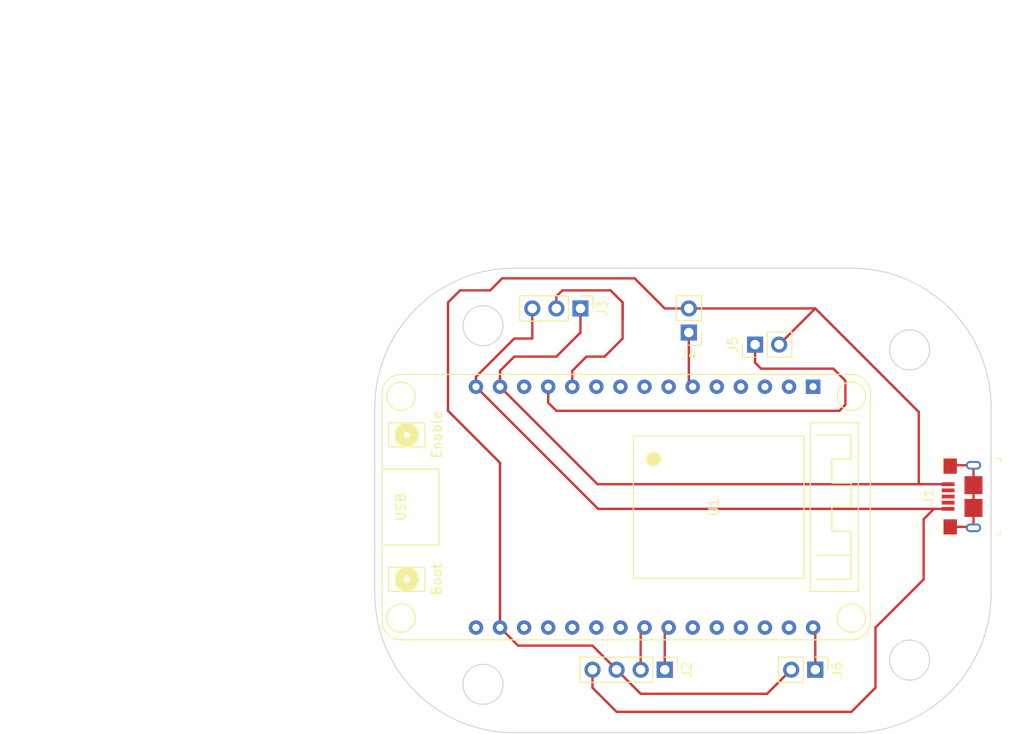
<source format=kicad_pcb>
(kicad_pcb (version 20171130) (host pcbnew 5.1.10)

  (general
    (thickness 1.6)
    (drawings 398)
    (tracks 76)
    (zones 0)
    (modules 14)
    (nets 34)
  )

  (page A4)
  (layers
    (0 F.Cu signal)
    (31 B.Cu signal)
    (32 B.Adhes user)
    (33 F.Adhes user)
    (34 B.Paste user)
    (35 F.Paste user)
    (36 B.SilkS user)
    (37 F.SilkS user)
    (38 B.Mask user)
    (39 F.Mask user)
    (40 Dwgs.User user)
    (41 Cmts.User user)
    (42 Eco1.User user)
    (43 Eco2.User user)
    (44 Edge.Cuts user)
    (45 Margin user)
    (46 B.CrtYd user)
    (47 F.CrtYd user)
    (48 B.Fab user)
    (49 F.Fab user)
  )

  (setup
    (last_trace_width 0.25)
    (trace_clearance 0.2)
    (zone_clearance 0.508)
    (zone_45_only no)
    (trace_min 0.2)
    (via_size 0.6)
    (via_drill 0.4)
    (via_min_size 0.4)
    (via_min_drill 0.3)
    (uvia_size 0.3)
    (uvia_drill 0.1)
    (uvias_allowed no)
    (uvia_min_size 0.2)
    (uvia_min_drill 0.1)
    (edge_width 0.15)
    (segment_width 0.2)
    (pcb_text_width 0.3)
    (pcb_text_size 1.5 1.5)
    (mod_edge_width 0.15)
    (mod_text_size 1 1)
    (mod_text_width 0.15)
    (pad_size 1.524 1.524)
    (pad_drill 0.762)
    (pad_to_mask_clearance 0.2)
    (aux_axis_origin 0 0)
    (visible_elements FFFFFF7F)
    (pcbplotparams
      (layerselection 0x010f0_80000001)
      (usegerberextensions false)
      (usegerberattributes true)
      (usegerberadvancedattributes true)
      (creategerberjobfile true)
      (excludeedgelayer true)
      (linewidth 0.100000)
      (plotframeref false)
      (viasonmask false)
      (mode 1)
      (useauxorigin false)
      (hpglpennumber 1)
      (hpglpenspeed 20)
      (hpglpendiameter 15.000000)
      (psnegative false)
      (psa4output false)
      (plotreference true)
      (plotvalue true)
      (plotinvisibletext false)
      (padsonsilk false)
      (subtractmaskfromsilk false)
      (outputformat 1)
      (mirror false)
      (drillshape 1)
      (scaleselection 1)
      (outputdirectory "gerbers/"))
  )

  (net 0 "")
  (net 1 "Net-(J1-Pad3)")
  (net 2 "Net-(J1-Pad4)")
  (net 3 GND)
  (net 4 "Net-(J1-Pad2)")
  (net 5 5V)
  (net 6 "Net-(J1-PadSH)")
  (net 7 "Net-(U1-Pad1)")
  (net 8 "Net-(U1-Pad2)")
  (net 9 "Net-(U1-Pad3)")
  (net 10 "Net-(U1-Pad4)")
  (net 11 "Net-(U1-Pad5)")
  (net 12 "Net-(U1-Pad7)")
  (net 13 "Net-(U1-Pad8)")
  (net 14 "Net-(U1-Pad9)")
  (net 15 "Net-(U1-Pad10)")
  (net 16 "Net-(U1-Pad13)")
  (net 17 "Net-(U1-Pad16)")
  (net 18 "Net-(U1-Pad18)")
  (net 19 "Net-(U1-Pad19)")
  (net 20 "Net-(U1-Pad20)")
  (net 21 "Net-(U1-Pad21)")
  (net 22 "Net-(U1-Pad22)")
  (net 23 "Net-(U1-Pad25)")
  (net 24 "Net-(U1-Pad26)")
  (net 25 "Net-(U1-Pad27)")
  (net 26 "Net-(U1-Pad28)")
  (net 27 "Net-(U1-Pad29)")
  (net 28 "Net-(J2-Pad1)")
  (net 29 "Net-(J2-Pad2)")
  (net 30 "Net-(J3-Pad2)")
  (net 31 "Net-(J4-Pad1)")
  (net 32 "Net-(J5-Pad1)")
  (net 33 "Net-(J6-Pad1)")

  (net_class Default "This is the default net class."
    (clearance 0.2)
    (trace_width 0.25)
    (via_dia 0.6)
    (via_drill 0.4)
    (uvia_dia 0.3)
    (uvia_drill 0.1)
    (add_net 5V)
    (add_net GND)
    (add_net "Net-(J1-Pad2)")
    (add_net "Net-(J1-Pad3)")
    (add_net "Net-(J1-Pad4)")
    (add_net "Net-(J1-PadSH)")
    (add_net "Net-(J2-Pad1)")
    (add_net "Net-(J2-Pad2)")
    (add_net "Net-(J3-Pad2)")
    (add_net "Net-(J4-Pad1)")
    (add_net "Net-(J5-Pad1)")
    (add_net "Net-(J6-Pad1)")
    (add_net "Net-(U1-Pad1)")
    (add_net "Net-(U1-Pad10)")
    (add_net "Net-(U1-Pad13)")
    (add_net "Net-(U1-Pad16)")
    (add_net "Net-(U1-Pad18)")
    (add_net "Net-(U1-Pad19)")
    (add_net "Net-(U1-Pad2)")
    (add_net "Net-(U1-Pad20)")
    (add_net "Net-(U1-Pad21)")
    (add_net "Net-(U1-Pad22)")
    (add_net "Net-(U1-Pad25)")
    (add_net "Net-(U1-Pad26)")
    (add_net "Net-(U1-Pad27)")
    (add_net "Net-(U1-Pad28)")
    (add_net "Net-(U1-Pad29)")
    (add_net "Net-(U1-Pad3)")
    (add_net "Net-(U1-Pad4)")
    (add_net "Net-(U1-Pad5)")
    (add_net "Net-(U1-Pad7)")
    (add_net "Net-(U1-Pad8)")
    (add_net "Net-(U1-Pad9)")
  )

  (module LOGO (layer F.Cu) (tedit 0) (tstamp 0)
    (at 0 0)
    (fp_text reference G*** (at 0 0) (layer F.SilkS) hide
      (effects (font (size 1.524 1.524) (thickness 0.3)))
    )
    (fp_text value LOGO (at 0.75 0) (layer F.SilkS) hide
      (effects (font (size 1.524 1.524) (thickness 0.3)))
    )
  )

  (module LOGO (layer F.Cu) (tedit 0) (tstamp 0)
    (at 0 0)
    (fp_text reference G*** (at 0 0) (layer F.SilkS) hide
      (effects (font (size 1.524 1.524) (thickness 0.3)))
    )
    (fp_text value LOGO (at 0.75 0) (layer F.SilkS) hide
      (effects (font (size 1.524 1.524) (thickness 0.3)))
    )
  )

  (module LOGO (layer F.Cu) (tedit 0) (tstamp 0)
    (at 0 0)
    (fp_text reference G*** (at 0 0) (layer F.SilkS) hide
      (effects (font (size 1.524 1.524) (thickness 0.3)))
    )
    (fp_text value LOGO (at 0.75 0) (layer F.SilkS) hide
      (effects (font (size 1.524 1.524) (thickness 0.3)))
    )
  )

  (module LOGO (layer F.Cu) (tedit 0) (tstamp 0)
    (at 0 0)
    (fp_text reference G*** (at 0 0) (layer F.SilkS) hide
      (effects (font (size 1.524 1.524) (thickness 0.3)))
    )
    (fp_text value LOGO (at 0.75 0) (layer F.SilkS) hide
      (effects (font (size 1.524 1.524) (thickness 0.3)))
    )
  )

  (module LOGO (layer F.Cu) (tedit 0) (tstamp 0)
    (at 0 0)
    (fp_text reference G*** (at 0 0) (layer F.SilkS) hide
      (effects (font (size 1.524 1.524) (thickness 0.3)))
    )
    (fp_text value LOGO (at 0.75 0) (layer F.SilkS) hide
      (effects (font (size 1.524 1.524) (thickness 0.3)))
    )
  )

  (module LOGO (layer F.Cu) (tedit 0) (tstamp 0)
    (at 0 0)
    (fp_text reference G*** (at 0 0) (layer F.SilkS) hide
      (effects (font (size 1.524 1.524) (thickness 0.3)))
    )
    (fp_text value LOGO (at 0.75 0) (layer F.SilkS) hide
      (effects (font (size 1.524 1.524) (thickness 0.3)))
    )
  )

  (module LOGO (layer F.Cu) (tedit 0) (tstamp 0)
    (at 0 0)
    (fp_text reference G*** (at 0 0) (layer F.SilkS) hide
      (effects (font (size 1.524 1.524) (thickness 0.3)))
    )
    (fp_text value LOGO (at 0.75 0) (layer F.SilkS) hide
      (effects (font (size 1.524 1.524) (thickness 0.3)))
    )
  )

  (module digikey-footprints:USB_Micro_B_Female_10118193-0001LF (layer F.Cu) (tedit 5D28ADC2) (tstamp 616CEE8A)
    (at 99.8728 50.9524 90)
    (descr http://portal.fciconnect.com/Comergent//fci/drawing/10118193.pdf)
    (path /616C52EC)
    (attr smd)
    (fp_text reference J1 (at 0 -4.75 90) (layer F.SilkS)
      (effects (font (size 1 1) (thickness 0.15)))
    )
    (fp_text value 10118193-0001LF (at 0 4.5 90) (layer F.Fab)
      (effects (font (size 1 1) (thickness 0.15)))
    )
    (fp_line (start -4.25 -3.75) (end -4.25 3) (layer F.CrtYd) (width 0.05))
    (fp_line (start -4.25 3) (end 4.25 3) (layer F.CrtYd) (width 0.05))
    (fp_line (start -4.25 -3.75) (end 4.25 -3.75) (layer F.CrtYd) (width 0.05))
    (fp_line (start 4.25 -3.75) (end 4.25 3) (layer F.CrtYd) (width 0.05))
    (fp_line (start -3.93 2.75) (end -3.93 -2.34) (layer F.Fab) (width 0.1))
    (fp_line (start 3.93 -2.9) (end -3.37 -2.9) (layer F.Fab) (width 0.1))
    (fp_line (start -3.93 -2.34) (end -3.37 -2.9) (layer F.Fab) (width 0.1))
    (fp_line (start -3.93 2.75) (end 3.93 2.75) (layer F.Fab) (width 0.1))
    (fp_line (start 3.93 2.75) (end 3.93 -2.9) (layer F.Fab) (width 0.1))
    (fp_line (start -4.05 -3.2) (end -4.05 -1.75) (layer F.SilkS) (width 0.1))
    (fp_line (start -4.05 -3.21) (end -2.4 -3.21) (layer F.SilkS) (width 0.1))
    (fp_line (start 4.06 -3.22) (end 2.4 -3.22) (layer F.SilkS) (width 0.1))
    (fp_line (start 4.06 -3.22) (end 4.06 -1.75) (layer F.SilkS) (width 0.1))
    (fp_line (start -4.013324 2.46) (end -4.013324 2.84) (layer F.SilkS) (width 0.1))
    (fp_line (start -4.013324 2.84) (end -3.643324 2.84) (layer F.SilkS) (width 0.1))
    (fp_line (start 4.014908 2.841848) (end 3.644908 2.841848) (layer F.SilkS) (width 0.1))
    (fp_line (start 4.014908 2.461848) (end 4.014908 2.841848) (layer F.SilkS) (width 0.1))
    (fp_text user %R (at 0.06 1.86 90) (layer F.Fab)
      (effects (font (size 1 1) (thickness 0.15)))
    )
    (pad 3 smd rect (at 0 -2.675 90) (size 0.4 1.35) (layers F.Cu F.Paste F.Mask)
      (net 1 "Net-(J1-Pad3)"))
    (pad 4 smd rect (at 0.65 -2.675 90) (size 0.4 1.35) (layers F.Cu F.Paste F.Mask)
      (net 2 "Net-(J1-Pad4)"))
    (pad 5 smd rect (at 1.3 -2.675 90) (size 0.4 1.35) (layers F.Cu F.Paste F.Mask)
      (net 3 GND))
    (pad 2 smd rect (at -0.65 -2.675 90) (size 0.4 1.35) (layers F.Cu F.Paste F.Mask)
      (net 4 "Net-(J1-Pad2)"))
    (pad 1 smd rect (at -1.3 -2.675 90) (size 0.4 1.35) (layers F.Cu F.Paste F.Mask)
      (net 5 5V))
    (pad SH thru_hole oval (at 3.3 0 90) (size 0.9 1.6) (drill oval 0.5 1.2) (layers *.Cu *.Mask)
      (net 6 "Net-(J1-PadSH)"))
    (pad SH thru_hole oval (at -3.3 0 90) (size 0.9 1.6) (drill oval 0.5 1.2) (layers *.Cu *.Mask)
      (net 6 "Net-(J1-PadSH)"))
    (pad SH smd rect (at -3.2 -2.45 90) (size 1.6 1.4) (layers F.Cu F.Paste F.Mask)
      (net 6 "Net-(J1-PadSH)"))
    (pad SH smd rect (at 3.2 -2.45 90) (size 1.6 1.4) (layers F.Cu F.Paste F.Mask)
      (net 6 "Net-(J1-PadSH)"))
    (pad SH smd rect (at -1.2 0 90) (size 1.9 1.9) (layers F.Cu F.Paste F.Mask)
      (net 6 "Net-(J1-PadSH)"))
    (pad SH smd rect (at 1.2 0 90) (size 1.9 1.9) (layers F.Cu F.Paste F.Mask)
      (net 6 "Net-(J1-PadSH)"))
  )

  (module esp32_devkit_v1_doit:esp32_devkit_v1_doit (layer F.Cu) (tedit 5F4BBE44) (tstamp 616CEEDD)
    (at 82.9564 52.07 270)
    (descr "ESPWROOM32, ESP32, 30 GPIOs version")
    (path /616C92F1)
    (attr smd)
    (fp_text reference U1 (at 0 10.47 90) (layer F.SilkS)
      (effects (font (size 1 1) (thickness 0.15)))
    )
    (fp_text value ESP32_DevKit_V1_DOIT (at 0 8.7 90) (layer F.Fab)
      (effects (font (size 1 1) (thickness 0.15)))
    )
    (fp_circle (center -11.7 -4.04) (end -10.2 -4.04) (layer F.SilkS) (width 0.12))
    (fp_circle (center 11.7 -4.04) (end 13.2 -4.04) (layer F.SilkS) (width 0.12))
    (fp_line (start 14 43.46) (end 14 -4.04) (layer F.SilkS) (width 0.12))
    (fp_line (start -14 -4.04) (end -14 43.46) (layer F.SilkS) (width 0.12))
    (fp_line (start -12 45.46) (end 12 45.46) (layer F.SilkS) (width 0.12))
    (fp_line (start -12 -6.04) (end 12 -6.04) (layer F.SilkS) (width 0.12))
    (fp_circle (center -11.7 43.46) (end -10.2 43.46) (layer F.SilkS) (width 0.12))
    (fp_circle (center 11.7 43.46) (end 13.2 43.46) (layer F.SilkS) (width 0.12))
    (fp_line (start -4 39.46) (end -4 45.46) (layer F.SilkS) (width 0.12))
    (fp_line (start 4 39.46) (end 4 45.46) (layer F.SilkS) (width 0.12))
    (fp_line (start -4 39.46) (end 4 39.46) (layer F.SilkS) (width 0.12))
    (fp_line (start -8.89 -4.77) (end 8.89 -4.77) (layer F.SilkS) (width 0.12))
    (fp_line (start 8.89 -4.77) (end 8.89 0.31) (layer F.SilkS) (width 0.12))
    (fp_line (start 8.89 0.31) (end -8.89 0.31) (layer F.SilkS) (width 0.12))
    (fp_line (start -8.89 0.31) (end -8.89 -4.77) (layer F.SilkS) (width 0.12))
    (fp_line (start -7.62 -0.452) (end -7.62 -4.008) (layer F.SilkS) (width 0.12))
    (fp_line (start -7.62 -4.008) (end -5.08 -4.008) (layer F.SilkS) (width 0.12))
    (fp_line (start -5.08 -4.008) (end -5.08 -1.976) (layer F.SilkS) (width 0.12))
    (fp_line (start -5.08 -1.976) (end -2.54 -1.976) (layer F.SilkS) (width 0.12))
    (fp_line (start -2.54 -1.976) (end -2.54 -4.008) (layer F.SilkS) (width 0.12))
    (fp_line (start -2.54 -4.008) (end 0 -4.008) (layer F.SilkS) (width 0.12))
    (fp_line (start 0 -4.008) (end 0 -1.976) (layer F.SilkS) (width 0.12))
    (fp_line (start 0 -1.976) (end 2.54 -1.976) (layer F.SilkS) (width 0.12))
    (fp_line (start 2.54 -1.976) (end 2.54 -4.008) (layer F.SilkS) (width 0.12))
    (fp_line (start 2.54 -4.008) (end 7.62 -4.008) (layer F.SilkS) (width 0.12))
    (fp_line (start 7.62 -4.008) (end 7.62 -0.452) (layer F.SilkS) (width 0.12))
    (fp_line (start 5.08 -4.008) (end 5.08 -0.452) (layer F.SilkS) (width 0.12))
    (fp_line (start -7.5 0.96) (end 7.5 0.96) (layer F.SilkS) (width 0.12))
    (fp_line (start 7.5 0.96) (end 7.5 18.96) (layer F.SilkS) (width 0.12))
    (fp_line (start 7.5 18.96) (end -7.5 18.96) (layer F.SilkS) (width 0.12))
    (fp_line (start -7.5 18.96) (end -7.5 0.96) (layer F.SilkS) (width 0.12))
    (fp_circle (center -5.08 16.82) (end -4.68 16.82) (layer F.SilkS) (width 0.8))
    (fp_line (start 6.35 40.95) (end 8.89 40.95) (layer F.SilkS) (width 0.12))
    (fp_line (start 8.89 40.95) (end 8.89 44.76) (layer F.SilkS) (width 0.12))
    (fp_line (start 8.89 44.76) (end 6.35 44.76) (layer F.SilkS) (width 0.12))
    (fp_line (start 6.35 44.76) (end 6.35 40.95) (layer F.SilkS) (width 0.12))
    (fp_line (start -6.35 44.76) (end -8.89 44.76) (layer F.SilkS) (width 0.12))
    (fp_line (start -8.89 44.76) (end -8.89 40.95) (layer F.SilkS) (width 0.12))
    (fp_line (start -8.89 40.95) (end -6.35 40.95) (layer F.SilkS) (width 0.12))
    (fp_line (start -6.35 40.95) (end -6.35 44.76) (layer F.SilkS) (width 0.12))
    (fp_circle (center -7.62 42.855) (end -7.32 42.855) (layer F.SilkS) (width 1))
    (fp_circle (center 7.62 42.855) (end 7.92 42.855) (layer F.SilkS) (width 1))
    (fp_text user USB (at 0 43.49 90) (layer F.SilkS)
      (effects (font (size 1 1) (thickness 0.15)))
    )
    (fp_text user Boot (at 7.62 39.68 90) (layer F.SilkS)
      (effects (font (size 1 1) (thickness 0.15)))
    )
    (fp_text user Enable (at -7.62 39.68 90) (layer F.SilkS)
      (effects (font (size 1 1) (thickness 0.15)))
    )
    (fp_arc (start 12 -4.04) (end 14 -4.04) (angle -90) (layer F.SilkS) (width 0.12))
    (fp_arc (start -12 -4.04) (end -12 -6.04) (angle -90) (layer F.SilkS) (width 0.12))
    (fp_arc (start -12 43.46) (end -14 43.46) (angle -90) (layer F.SilkS) (width 0.12))
    (fp_arc (start 12 43.46) (end 12 45.46) (angle -90) (layer F.SilkS) (width 0.12))
    (pad 1 thru_hole rect (at -12.7 0 270) (size 1.524 1.524) (drill 0.762) (layers *.Cu *.Mask)
      (net 7 "Net-(U1-Pad1)"))
    (pad 2 thru_hole circle (at -12.7 2.54 270) (size 1.524 1.524) (drill 0.762) (layers *.Cu *.Mask)
      (net 8 "Net-(U1-Pad2)"))
    (pad 3 thru_hole circle (at -12.7 5.08 270) (size 1.524 1.524) (drill 0.762) (layers *.Cu *.Mask)
      (net 9 "Net-(U1-Pad3)"))
    (pad 4 thru_hole circle (at -12.7 7.62 270) (size 1.524 1.524) (drill 0.762) (layers *.Cu *.Mask)
      (net 10 "Net-(U1-Pad4)"))
    (pad 5 thru_hole circle (at -12.7 10.16 270) (size 1.524 1.524) (drill 0.762) (layers *.Cu *.Mask)
      (net 11 "Net-(U1-Pad5)"))
    (pad 6 thru_hole circle (at -12.7 12.7 270) (size 1.524 1.524) (drill 0.762) (layers *.Cu *.Mask)
      (net 31 "Net-(J4-Pad1)"))
    (pad 7 thru_hole circle (at -12.7 15.24 270) (size 1.524 1.524) (drill 0.762) (layers *.Cu *.Mask)
      (net 12 "Net-(U1-Pad7)"))
    (pad 8 thru_hole circle (at -12.7 17.78 270) (size 1.524 1.524) (drill 0.762) (layers *.Cu *.Mask)
      (net 13 "Net-(U1-Pad8)"))
    (pad 9 thru_hole circle (at -12.7 20.32 270) (size 1.524 1.524) (drill 0.762) (layers *.Cu *.Mask)
      (net 14 "Net-(U1-Pad9)"))
    (pad 10 thru_hole circle (at -12.7 22.86 270) (size 1.524 1.524) (drill 0.762) (layers *.Cu *.Mask)
      (net 15 "Net-(U1-Pad10)"))
    (pad 11 thru_hole circle (at -12.7 25.4 270) (size 1.524 1.524) (drill 0.762) (layers *.Cu *.Mask)
      (net 30 "Net-(J3-Pad2)"))
    (pad 12 thru_hole circle (at -12.7 27.94 270) (size 1.524 1.524) (drill 0.762) (layers *.Cu *.Mask)
      (net 32 "Net-(J5-Pad1)"))
    (pad 13 thru_hole circle (at -12.7 30.48 270) (size 1.524 1.524) (drill 0.762) (layers *.Cu *.Mask)
      (net 16 "Net-(U1-Pad13)"))
    (pad 14 thru_hole circle (at -12.7 33.02 270) (size 1.524 1.524) (drill 0.762) (layers *.Cu *.Mask)
      (net 3 GND))
    (pad 15 thru_hole circle (at -12.7 35.56 270) (size 1.524 1.524) (drill 0.762) (layers *.Cu *.Mask)
      (net 5 5V))
    (pad 16 thru_hole circle (at 12.7 35.56 270) (size 1.524 1.524) (drill 0.762) (layers *.Cu *.Mask)
      (net 17 "Net-(U1-Pad16)"))
    (pad 17 thru_hole circle (at 12.7 33.02 270) (size 1.524 1.524) (drill 0.762) (layers *.Cu *.Mask)
      (net 3 GND))
    (pad 18 thru_hole circle (at 12.7 30.48 270) (size 1.524 1.524) (drill 0.762) (layers *.Cu *.Mask)
      (net 18 "Net-(U1-Pad18)"))
    (pad 19 thru_hole circle (at 12.7 27.94 270) (size 1.524 1.524) (drill 0.762) (layers *.Cu *.Mask)
      (net 19 "Net-(U1-Pad19)"))
    (pad 20 thru_hole circle (at 12.7 25.4 270) (size 1.524 1.524) (drill 0.762) (layers *.Cu *.Mask)
      (net 20 "Net-(U1-Pad20)"))
    (pad 21 thru_hole circle (at 12.7 22.86 270) (size 1.524 1.524) (drill 0.762) (layers *.Cu *.Mask)
      (net 21 "Net-(U1-Pad21)"))
    (pad 22 thru_hole circle (at 12.7 20.32 270) (size 1.524 1.524) (drill 0.762) (layers *.Cu *.Mask)
      (net 22 "Net-(U1-Pad22)"))
    (pad 23 thru_hole circle (at 12.7 17.78 270) (size 1.524 1.524) (drill 0.762) (layers *.Cu *.Mask)
      (net 29 "Net-(J2-Pad2)"))
    (pad 24 thru_hole circle (at 12.7 15.24 270) (size 1.524 1.524) (drill 0.762) (layers *.Cu *.Mask)
      (net 28 "Net-(J2-Pad1)"))
    (pad 25 thru_hole circle (at 12.7 12.7 270) (size 1.524 1.524) (drill 0.762) (layers *.Cu *.Mask)
      (net 23 "Net-(U1-Pad25)"))
    (pad 26 thru_hole circle (at 12.7 10.16 270) (size 1.524 1.524) (drill 0.762) (layers *.Cu *.Mask)
      (net 24 "Net-(U1-Pad26)"))
    (pad 27 thru_hole circle (at 12.7 7.62 270) (size 1.524 1.524) (drill 0.762) (layers *.Cu *.Mask)
      (net 25 "Net-(U1-Pad27)"))
    (pad 28 thru_hole circle (at 12.7 5.08 270) (size 1.524 1.524) (drill 0.762) (layers *.Cu *.Mask)
      (net 26 "Net-(U1-Pad28)"))
    (pad 29 thru_hole circle (at 12.7 2.54 270) (size 1.524 1.524) (drill 0.762) (layers *.Cu *.Mask)
      (net 27 "Net-(U1-Pad29)"))
    (pad 30 thru_hole circle (at 12.7 0 270) (size 1.524 1.524) (drill 0.762) (layers *.Cu *.Mask)
      (net 33 "Net-(J6-Pad1)"))
    (model ${KISYS3DMOD}/Button_Switch_SMD.3dshapes/SW_SPST_B3U-1000P-B.wrl
      (offset (xyz 7.5 -43 4))
      (scale (xyz 1 1 1))
      (rotate (xyz 0 0 90))
    )
    (model ${KISYS3DMOD}/Button_Switch_SMD.3dshapes/SW_SPST_B3U-1000P-B.wrl
      (offset (xyz -7.5 -43 4))
      (scale (xyz 1 1 1))
      (rotate (xyz 0 0 90))
    )
    (model ${KISYS3DMOD}/Connector_PinHeader_2.54mm.3dshapes/PinHeader_1x15_P2.54mm_Vertical.wrl
      (offset (xyz -12.7 0 2.5))
      (scale (xyz 1 1 1))
      (rotate (xyz 0 180 0))
    )
    (model ${KISYS3DMOD}/Connector_PinHeader_2.54mm.3dshapes/PinHeader_1x15_P2.54mm_Vertical.wrl
      (offset (xyz 12.7 0 2.5))
      (scale (xyz 1 1 1))
      (rotate (xyz 0 180 0))
    )
    (model ${VL_PACKAGES3D}/esp32_devkit_v1_doit.3dshapes/esp32_devkit_v1_doit.step
      (offset (xyz -12.7 0 2.5))
      (scale (xyz 1 1 1))
      (rotate (xyz 0 0 0))
    )
    (model ${KISYS3DMOD}/Connector_USB.3dshapes/USB_Micro-B_Molex_47346-0001.wrl
      (offset (xyz 0 -42 4))
      (scale (xyz 1 1 1))
      (rotate (xyz 0 0 0))
    )
    (model ${KISYS3DMOD}/LED_SMD.3dshapes/LED_1206_3216Metric.wrl
      (offset (xyz -6 -23 4))
      (scale (xyz 1 1 1))
      (rotate (xyz 0 0 -90))
    )
    (model ${KISYS3DMOD}/LED_SMD.3dshapes/LED_1206_3216Metric.wrl
      (offset (xyz 6 -23 4))
      (scale (xyz 1 1 1))
      (rotate (xyz 0 0 -90))
    )
    (model ${KISYS3DMOD}/Capacitor_Tantalum_SMD.3dshapes/CP_EIA-2012-15_AVX-P.wrl
      (offset (xyz -6.5 -27.5 4))
      (scale (xyz 1 1 1))
      (rotate (xyz 0 0 0))
    )
    (model ${KISYS3DMOD}/Package_TO_SOT_SMD.3dshapes/SOT-223.wrl
      (offset (xyz -6 -33 4))
      (scale (xyz 1 1 1))
      (rotate (xyz 0 0 -180))
    )
    (model ${KISYS3DMOD}/Resistor_SMD.3dshapes/R_0603_1608Metric.wrl
      (offset (xyz -7 -38.5 4))
      (scale (xyz 1 1 1))
      (rotate (xyz 0 0 0))
    )
    (model ${KISYS3DMOD}/Resistor_SMD.3dshapes/R_0603_1608Metric.wrl
      (offset (xyz 8.5 -38.5 4))
      (scale (xyz 1 1 1))
      (rotate (xyz 0 0 0))
    )
    (model ${KISYS3DMOD}/Resistor_SMD.3dshapes/R_0603_1608Metric.wrl
      (offset (xyz 5.5 -38.5 4))
      (scale (xyz 1 1 1))
      (rotate (xyz 0 0 0))
    )
    (model ${KISYS3DMOD}/Package_TO_SOT_SMD.3dshapes/SOT-23.wrl
      (offset (xyz -0.5 -27.5 4))
      (scale (xyz 1 1 1))
      (rotate (xyz 0 0 0))
    )
    (model ${KISYS3DMOD}/Package_TO_SOT_SMD.3dshapes/SOT-23.wrl
      (offset (xyz 6 -27.5 4))
      (scale (xyz 1 1 1))
      (rotate (xyz 0 0 -180))
    )
    (model ${KISYS3DMOD}/Resistor_SMD.3dshapes/R_0603_1608Metric.wrl
      (offset (xyz 9 -27.5 4))
      (scale (xyz 1 1 1))
      (rotate (xyz 0 0 90))
    )
    (model ${KISYS3DMOD}/Resistor_SMD.3dshapes/R_0603_1608Metric.wrl
      (offset (xyz -3.5 -27.5 4))
      (scale (xyz 1 1 1))
      (rotate (xyz 0 0 90))
    )
    (model ${KISYS3DMOD}/Capacitor_SMD.3dshapes/C_0603_1608Metric.wrl
      (offset (xyz -0.5 -38.5 4))
      (scale (xyz 1 1 1))
      (rotate (xyz 0 0 0))
    )
    (model ${KISYS3DMOD}/Diode_SMD.3dshapes/D_0603_1608Metric.wrl
      (offset (xyz -3 -38.5 4))
      (scale (xyz 1 1 1))
      (rotate (xyz 0 0 0))
    )
    (model ${KISYS3DMOD}/Resistor_SMD.3dshapes/R_0603_1608Metric.wrl
      (offset (xyz -3 -23 4))
      (scale (xyz 1 1 1))
      (rotate (xyz 0 0 90))
    )
    (model ${KISYS3DMOD}/Resistor_SMD.3dshapes/R_0603_1608Metric.wrl
      (offset (xyz -1.5 -23 4))
      (scale (xyz 1 1 1))
      (rotate (xyz 0 0 90))
    )
    (model ${KISYS3DMOD}/Resistor_SMD.3dshapes/R_0603_1608Metric.wrl
      (offset (xyz 0 -23 4))
      (scale (xyz 1 1 1))
      (rotate (xyz 0 0 90))
    )
    (model ${KISYS3DMOD}/Resistor_SMD.3dshapes/R_0603_1608Metric.wrl
      (offset (xyz 1.5 -23 4))
      (scale (xyz 1 1 1))
      (rotate (xyz 0 0 90))
    )
    (model ${KISYS3DMOD}/Resistor_SMD.3dshapes/R_0603_1608Metric.wrl
      (offset (xyz 3 -23 4))
      (scale (xyz 1 1 1))
      (rotate (xyz 0 0 90))
    )
    (model ${KISYS3DMOD}/Package_DFN_QFN.3dshapes/QFN-28-1EP_5x5mm_P0.5mm_EP3.35x3.35mm.wrl
      (offset (xyz 7 -33.5 4))
      (scale (xyz 1 1 1))
      (rotate (xyz 0 0 0))
    )
    (model ${KISYS3DMOD}/Resistor_SMD.3dshapes/R_0603_1608Metric.wrl
      (offset (xyz 8.5 -22 4))
      (scale (xyz 1 1 1))
      (rotate (xyz 0 0 0))
    )
    (model ${KISYS3DMOD}/Resistor_SMD.3dshapes/R_0603_1608Metric.wrl
      (offset (xyz 8.5 -24 4))
      (scale (xyz 1 1 1))
      (rotate (xyz 0 0 0))
    )
    (model ${KISYS3DMOD}/Capacitor_SMD.3dshapes/C_0603_1608Metric.wrl
      (offset (xyz -8.5 -22 4))
      (scale (xyz 1 1 1))
      (rotate (xyz 0 0 0))
    )
    (model ${KISYS3DMOD}/Capacitor_SMD.3dshapes/C_0603_1608Metric.wrl
      (offset (xyz -8.5 -24 4))
      (scale (xyz 1 1 1))
      (rotate (xyz 0 0 0))
    )
    (model ${KISYS3DMOD}/RF_Module.3dshapes/ESP32-WROOM-32.wrl
      (offset (xyz 0 -10 4))
      (scale (xyz 1 1 1))
      (rotate (xyz 0 0 0))
    )
  )

  (module Connector_PinHeader_2.54mm:PinHeader_1x04_P2.54mm_Vertical (layer F.Cu) (tedit 59FED5CC) (tstamp 61743AE7)
    (at 67.31 69.215 270)
    (descr "Through hole straight pin header, 1x04, 2.54mm pitch, single row")
    (tags "Through hole pin header THT 1x04 2.54mm single row")
    (path /61746ECA)
    (fp_text reference J2 (at 0 -2.33 90) (layer F.SilkS)
      (effects (font (size 1 1) (thickness 0.15)))
    )
    (fp_text value Conn_01x04_Male (at 0 9.95 90) (layer F.Fab)
      (effects (font (size 1 1) (thickness 0.15)))
    )
    (fp_line (start 1.8 -1.8) (end -1.8 -1.8) (layer F.CrtYd) (width 0.05))
    (fp_line (start 1.8 9.4) (end 1.8 -1.8) (layer F.CrtYd) (width 0.05))
    (fp_line (start -1.8 9.4) (end 1.8 9.4) (layer F.CrtYd) (width 0.05))
    (fp_line (start -1.8 -1.8) (end -1.8 9.4) (layer F.CrtYd) (width 0.05))
    (fp_line (start -1.33 -1.33) (end 0 -1.33) (layer F.SilkS) (width 0.12))
    (fp_line (start -1.33 0) (end -1.33 -1.33) (layer F.SilkS) (width 0.12))
    (fp_line (start -1.33 1.27) (end 1.33 1.27) (layer F.SilkS) (width 0.12))
    (fp_line (start 1.33 1.27) (end 1.33 8.95) (layer F.SilkS) (width 0.12))
    (fp_line (start -1.33 1.27) (end -1.33 8.95) (layer F.SilkS) (width 0.12))
    (fp_line (start -1.33 8.95) (end 1.33 8.95) (layer F.SilkS) (width 0.12))
    (fp_line (start -1.27 -0.635) (end -0.635 -1.27) (layer F.Fab) (width 0.1))
    (fp_line (start -1.27 8.89) (end -1.27 -0.635) (layer F.Fab) (width 0.1))
    (fp_line (start 1.27 8.89) (end -1.27 8.89) (layer F.Fab) (width 0.1))
    (fp_line (start 1.27 -1.27) (end 1.27 8.89) (layer F.Fab) (width 0.1))
    (fp_line (start -0.635 -1.27) (end 1.27 -1.27) (layer F.Fab) (width 0.1))
    (fp_text user %R (at 0 3.81) (layer F.Fab)
      (effects (font (size 1 1) (thickness 0.15)))
    )
    (pad 1 thru_hole rect (at 0 0 270) (size 1.7 1.7) (drill 1) (layers *.Cu *.Mask)
      (net 28 "Net-(J2-Pad1)"))
    (pad 2 thru_hole oval (at 0 2.54 270) (size 1.7 1.7) (drill 1) (layers *.Cu *.Mask)
      (net 29 "Net-(J2-Pad2)"))
    (pad 3 thru_hole oval (at 0 5.08 270) (size 1.7 1.7) (drill 1) (layers *.Cu *.Mask)
      (net 3 GND))
    (pad 4 thru_hole oval (at 0 7.62 270) (size 1.7 1.7) (drill 1) (layers *.Cu *.Mask)
      (net 5 5V))
    (model ${KISYS3DMOD}/Connector_PinHeader_2.54mm.3dshapes/PinHeader_1x04_P2.54mm_Vertical.wrl
      (at (xyz 0 0 0))
      (scale (xyz 1 1 1))
      (rotate (xyz 0 0 0))
    )
  )

  (module Connector_PinHeader_2.54mm:PinHeader_1x03_P2.54mm_Vertical (layer F.Cu) (tedit 59FED5CC) (tstamp 61743AFE)
    (at 58.42 31.115 270)
    (descr "Through hole straight pin header, 1x03, 2.54mm pitch, single row")
    (tags "Through hole pin header THT 1x03 2.54mm single row")
    (path /6176D641)
    (fp_text reference J3 (at 0 -2.33 90) (layer F.SilkS)
      (effects (font (size 1 1) (thickness 0.15)))
    )
    (fp_text value Conn_01x03_Male (at 0 7.41 90) (layer F.Fab)
      (effects (font (size 1 1) (thickness 0.15)))
    )
    (fp_line (start 1.8 -1.8) (end -1.8 -1.8) (layer F.CrtYd) (width 0.05))
    (fp_line (start 1.8 6.85) (end 1.8 -1.8) (layer F.CrtYd) (width 0.05))
    (fp_line (start -1.8 6.85) (end 1.8 6.85) (layer F.CrtYd) (width 0.05))
    (fp_line (start -1.8 -1.8) (end -1.8 6.85) (layer F.CrtYd) (width 0.05))
    (fp_line (start -1.33 -1.33) (end 0 -1.33) (layer F.SilkS) (width 0.12))
    (fp_line (start -1.33 0) (end -1.33 -1.33) (layer F.SilkS) (width 0.12))
    (fp_line (start -1.33 1.27) (end 1.33 1.27) (layer F.SilkS) (width 0.12))
    (fp_line (start 1.33 1.27) (end 1.33 6.41) (layer F.SilkS) (width 0.12))
    (fp_line (start -1.33 1.27) (end -1.33 6.41) (layer F.SilkS) (width 0.12))
    (fp_line (start -1.33 6.41) (end 1.33 6.41) (layer F.SilkS) (width 0.12))
    (fp_line (start -1.27 -0.635) (end -0.635 -1.27) (layer F.Fab) (width 0.1))
    (fp_line (start -1.27 6.35) (end -1.27 -0.635) (layer F.Fab) (width 0.1))
    (fp_line (start 1.27 6.35) (end -1.27 6.35) (layer F.Fab) (width 0.1))
    (fp_line (start 1.27 -1.27) (end 1.27 6.35) (layer F.Fab) (width 0.1))
    (fp_line (start -0.635 -1.27) (end 1.27 -1.27) (layer F.Fab) (width 0.1))
    (fp_text user %R (at 0 2.54) (layer F.Fab)
      (effects (font (size 1 1) (thickness 0.15)))
    )
    (pad 1 thru_hole rect (at 0 0 270) (size 1.7 1.7) (drill 1) (layers *.Cu *.Mask)
      (net 3 GND))
    (pad 2 thru_hole oval (at 0 2.54 270) (size 1.7 1.7) (drill 1) (layers *.Cu *.Mask)
      (net 30 "Net-(J3-Pad2)"))
    (pad 3 thru_hole oval (at 0 5.08 270) (size 1.7 1.7) (drill 1) (layers *.Cu *.Mask)
      (net 5 5V))
    (model ${KISYS3DMOD}/Connector_PinHeader_2.54mm.3dshapes/PinHeader_1x03_P2.54mm_Vertical.wrl
      (at (xyz 0 0 0))
      (scale (xyz 1 1 1))
      (rotate (xyz 0 0 0))
    )
  )

  (module Connector_PinHeader_2.54mm:PinHeader_1x02_P2.54mm_Vertical (layer F.Cu) (tedit 59FED5CC) (tstamp 61743B14)
    (at 69.85 33.655 180)
    (descr "Through hole straight pin header, 1x02, 2.54mm pitch, single row")
    (tags "Through hole pin header THT 1x02 2.54mm single row")
    (path /61779B20)
    (fp_text reference J4 (at 0 -2.33) (layer F.SilkS)
      (effects (font (size 1 1) (thickness 0.15)))
    )
    (fp_text value Conn_01x02_Male (at 0 4.87) (layer F.Fab)
      (effects (font (size 1 1) (thickness 0.15)))
    )
    (fp_line (start 1.8 -1.8) (end -1.8 -1.8) (layer F.CrtYd) (width 0.05))
    (fp_line (start 1.8 4.35) (end 1.8 -1.8) (layer F.CrtYd) (width 0.05))
    (fp_line (start -1.8 4.35) (end 1.8 4.35) (layer F.CrtYd) (width 0.05))
    (fp_line (start -1.8 -1.8) (end -1.8 4.35) (layer F.CrtYd) (width 0.05))
    (fp_line (start -1.33 -1.33) (end 0 -1.33) (layer F.SilkS) (width 0.12))
    (fp_line (start -1.33 0) (end -1.33 -1.33) (layer F.SilkS) (width 0.12))
    (fp_line (start -1.33 1.27) (end 1.33 1.27) (layer F.SilkS) (width 0.12))
    (fp_line (start 1.33 1.27) (end 1.33 3.87) (layer F.SilkS) (width 0.12))
    (fp_line (start -1.33 1.27) (end -1.33 3.87) (layer F.SilkS) (width 0.12))
    (fp_line (start -1.33 3.87) (end 1.33 3.87) (layer F.SilkS) (width 0.12))
    (fp_line (start -1.27 -0.635) (end -0.635 -1.27) (layer F.Fab) (width 0.1))
    (fp_line (start -1.27 3.81) (end -1.27 -0.635) (layer F.Fab) (width 0.1))
    (fp_line (start 1.27 3.81) (end -1.27 3.81) (layer F.Fab) (width 0.1))
    (fp_line (start 1.27 -1.27) (end 1.27 3.81) (layer F.Fab) (width 0.1))
    (fp_line (start -0.635 -1.27) (end 1.27 -1.27) (layer F.Fab) (width 0.1))
    (fp_text user %R (at 0 1.27 90) (layer F.Fab)
      (effects (font (size 1 1) (thickness 0.15)))
    )
    (pad 1 thru_hole rect (at 0 0 180) (size 1.7 1.7) (drill 1) (layers *.Cu *.Mask)
      (net 31 "Net-(J4-Pad1)"))
    (pad 2 thru_hole oval (at 0 2.54 180) (size 1.7 1.7) (drill 1) (layers *.Cu *.Mask)
      (net 3 GND))
    (model ${KISYS3DMOD}/Connector_PinHeader_2.54mm.3dshapes/PinHeader_1x02_P2.54mm_Vertical.wrl
      (at (xyz 0 0 0))
      (scale (xyz 1 1 1))
      (rotate (xyz 0 0 0))
    )
  )

  (module Connector_PinHeader_2.54mm:PinHeader_1x02_P2.54mm_Vertical (layer F.Cu) (tedit 59FED5CC) (tstamp 61743B2A)
    (at 76.835 34.925 90)
    (descr "Through hole straight pin header, 1x02, 2.54mm pitch, single row")
    (tags "Through hole pin header THT 1x02 2.54mm single row")
    (path /6178287B)
    (fp_text reference J5 (at 0 -2.33 90) (layer F.SilkS)
      (effects (font (size 1 1) (thickness 0.15)))
    )
    (fp_text value Conn_01x02_Male (at 10.795 -5.08 90) (layer F.Fab)
      (effects (font (size 1 1) (thickness 0.15)))
    )
    (fp_text user %R (at 0 1.27) (layer F.Fab)
      (effects (font (size 1 1) (thickness 0.15)))
    )
    (fp_line (start -0.635 -1.27) (end 1.27 -1.27) (layer F.Fab) (width 0.1))
    (fp_line (start 1.27 -1.27) (end 1.27 3.81) (layer F.Fab) (width 0.1))
    (fp_line (start 1.27 3.81) (end -1.27 3.81) (layer F.Fab) (width 0.1))
    (fp_line (start -1.27 3.81) (end -1.27 -0.635) (layer F.Fab) (width 0.1))
    (fp_line (start -1.27 -0.635) (end -0.635 -1.27) (layer F.Fab) (width 0.1))
    (fp_line (start -1.33 3.87) (end 1.33 3.87) (layer F.SilkS) (width 0.12))
    (fp_line (start -1.33 1.27) (end -1.33 3.87) (layer F.SilkS) (width 0.12))
    (fp_line (start 1.33 1.27) (end 1.33 3.87) (layer F.SilkS) (width 0.12))
    (fp_line (start -1.33 1.27) (end 1.33 1.27) (layer F.SilkS) (width 0.12))
    (fp_line (start -1.33 0) (end -1.33 -1.33) (layer F.SilkS) (width 0.12))
    (fp_line (start -1.33 -1.33) (end 0 -1.33) (layer F.SilkS) (width 0.12))
    (fp_line (start -1.8 -1.8) (end -1.8 4.35) (layer F.CrtYd) (width 0.05))
    (fp_line (start -1.8 4.35) (end 1.8 4.35) (layer F.CrtYd) (width 0.05))
    (fp_line (start 1.8 4.35) (end 1.8 -1.8) (layer F.CrtYd) (width 0.05))
    (fp_line (start 1.8 -1.8) (end -1.8 -1.8) (layer F.CrtYd) (width 0.05))
    (pad 2 thru_hole oval (at 0 2.54 90) (size 1.7 1.7) (drill 1) (layers *.Cu *.Mask)
      (net 3 GND))
    (pad 1 thru_hole rect (at 0 0 90) (size 1.7 1.7) (drill 1) (layers *.Cu *.Mask)
      (net 32 "Net-(J5-Pad1)"))
    (model ${KISYS3DMOD}/Connector_PinHeader_2.54mm.3dshapes/PinHeader_1x02_P2.54mm_Vertical.wrl
      (at (xyz 0 0 0))
      (scale (xyz 1 1 1))
      (rotate (xyz 0 0 0))
    )
  )

  (module Connector_PinHeader_2.54mm:PinHeader_1x02_P2.54mm_Vertical (layer F.Cu) (tedit 59FED5CC) (tstamp 61743B40)
    (at 83.185 69.215 270)
    (descr "Through hole straight pin header, 1x02, 2.54mm pitch, single row")
    (tags "Through hole pin header THT 1x02 2.54mm single row")
    (path /61783253)
    (fp_text reference J6 (at 0 -2.33 90) (layer F.SilkS)
      (effects (font (size 1 1) (thickness 0.15)))
    )
    (fp_text value Conn_01x02_Male (at 0 -5.08 90) (layer F.Fab)
      (effects (font (size 1 1) (thickness 0.15)))
    )
    (fp_line (start 1.8 -1.8) (end -1.8 -1.8) (layer F.CrtYd) (width 0.05))
    (fp_line (start 1.8 4.35) (end 1.8 -1.8) (layer F.CrtYd) (width 0.05))
    (fp_line (start -1.8 4.35) (end 1.8 4.35) (layer F.CrtYd) (width 0.05))
    (fp_line (start -1.8 -1.8) (end -1.8 4.35) (layer F.CrtYd) (width 0.05))
    (fp_line (start -1.33 -1.33) (end 0 -1.33) (layer F.SilkS) (width 0.12))
    (fp_line (start -1.33 0) (end -1.33 -1.33) (layer F.SilkS) (width 0.12))
    (fp_line (start -1.33 1.27) (end 1.33 1.27) (layer F.SilkS) (width 0.12))
    (fp_line (start 1.33 1.27) (end 1.33 3.87) (layer F.SilkS) (width 0.12))
    (fp_line (start -1.33 1.27) (end -1.33 3.87) (layer F.SilkS) (width 0.12))
    (fp_line (start -1.33 3.87) (end 1.33 3.87) (layer F.SilkS) (width 0.12))
    (fp_line (start -1.27 -0.635) (end -0.635 -1.27) (layer F.Fab) (width 0.1))
    (fp_line (start -1.27 3.81) (end -1.27 -0.635) (layer F.Fab) (width 0.1))
    (fp_line (start 1.27 3.81) (end -1.27 3.81) (layer F.Fab) (width 0.1))
    (fp_line (start 1.27 -1.27) (end 1.27 3.81) (layer F.Fab) (width 0.1))
    (fp_line (start -0.635 -1.27) (end 1.27 -1.27) (layer F.Fab) (width 0.1))
    (fp_text user %R (at 0 1.27) (layer F.Fab)
      (effects (font (size 1 1) (thickness 0.15)))
    )
    (pad 1 thru_hole rect (at 0 0 270) (size 1.7 1.7) (drill 1) (layers *.Cu *.Mask)
      (net 33 "Net-(J6-Pad1)"))
    (pad 2 thru_hole oval (at 0 2.54 270) (size 1.7 1.7) (drill 1) (layers *.Cu *.Mask)
      (net 3 GND))
    (model ${KISYS3DMOD}/Connector_PinHeader_2.54mm.3dshapes/PinHeader_1x02_P2.54mm_Vertical.wrl
      (at (xyz 0 0 0))
      (scale (xyz 1 1 1))
      (rotate (xyz 0 0 0))
    )
  )

  (gr_line (start 51.4709 26.8624) (end 86.9885 26.8624) (layer Edge.Cuts) (width 0.1))
  (gr_line (start 86.9885 26.8624) (end 87.7493 26.8815) (layer Edge.Cuts) (width 0.1))
  (gr_line (start 87.7493 26.8815) (end 88.4999 26.9382) (layer Edge.Cuts) (width 0.1))
  (gr_line (start 88.4999 26.9382) (end 89.2393 27.0317) (layer Edge.Cuts) (width 0.1))
  (gr_line (start 89.2393 27.0317) (end 89.9666 27.1609) (layer Edge.Cuts) (width 0.1))
  (gr_line (start 89.9666 27.1609) (end 90.681 27.3249) (layer Edge.Cuts) (width 0.1))
  (gr_line (start 90.681 27.3249) (end 91.3815 27.523) (layer Edge.Cuts) (width 0.1))
  (gr_line (start 91.3815 27.523) (end 92.0672 27.7541) (layer Edge.Cuts) (width 0.1))
  (gr_line (start 92.0672 27.7541) (end 92.7371 28.0173) (layer Edge.Cuts) (width 0.1))
  (gr_line (start 92.7371 28.0173) (end 93.3905 28.3117) (layer Edge.Cuts) (width 0.1))
  (gr_line (start 93.3905 28.3117) (end 94.0263 28.6365) (layer Edge.Cuts) (width 0.1))
  (gr_line (start 94.0263 28.6365) (end 94.6436 28.9907) (layer Edge.Cuts) (width 0.1))
  (gr_line (start 94.6436 28.9907) (end 95.2416 29.3733) (layer Edge.Cuts) (width 0.1))
  (gr_line (start 95.2416 29.3733) (end 95.8193 29.7835) (layer Edge.Cuts) (width 0.1))
  (gr_line (start 95.8193 29.7835) (end 96.3758 30.2204) (layer Edge.Cuts) (width 0.1))
  (gr_line (start 96.3758 30.2204) (end 96.9102 30.6831) (layer Edge.Cuts) (width 0.1))
  (gr_line (start 96.9102 30.6831) (end 97.4216 31.1705) (layer Edge.Cuts) (width 0.1))
  (gr_line (start 97.4216 31.1705) (end 97.9091 31.6819) (layer Edge.Cuts) (width 0.1))
  (gr_line (start 97.9091 31.6819) (end 98.3717 32.2163) (layer Edge.Cuts) (width 0.1))
  (gr_line (start 98.3717 32.2163) (end 98.8086 32.7729) (layer Edge.Cuts) (width 0.1))
  (gr_line (start 98.8086 32.7729) (end 99.2188 33.3506) (layer Edge.Cuts) (width 0.1))
  (gr_line (start 99.2188 33.3506) (end 99.6015 33.9485) (layer Edge.Cuts) (width 0.1))
  (gr_line (start 99.6015 33.9485) (end 99.9556 34.5659) (layer Edge.Cuts) (width 0.1))
  (gr_line (start 99.9556 34.5659) (end 100.2804 35.2017) (layer Edge.Cuts) (width 0.1))
  (gr_line (start 100.2804 35.2017) (end 100.5748 35.855) (layer Edge.Cuts) (width 0.1))
  (gr_line (start 100.5748 35.855) (end 100.8381 36.525) (layer Edge.Cuts) (width 0.1))
  (gr_line (start 100.8381 36.525) (end 101.0691 37.2106) (layer Edge.Cuts) (width 0.1))
  (gr_line (start 101.0691 37.2106) (end 101.2672 37.9111) (layer Edge.Cuts) (width 0.1))
  (gr_line (start 101.2672 37.9111) (end 101.4313 38.6255) (layer Edge.Cuts) (width 0.1))
  (gr_line (start 101.4313 38.6255) (end 101.5605 39.3528) (layer Edge.Cuts) (width 0.1))
  (gr_line (start 101.5605 39.3528) (end 101.6539 40.0922) (layer Edge.Cuts) (width 0.1))
  (gr_line (start 101.6539 40.0922) (end 101.7106 40.8428) (layer Edge.Cuts) (width 0.1))
  (gr_line (start 101.7106 40.8428) (end 101.7297 41.6036) (layer Edge.Cuts) (width 0.1))
  (gr_line (start 101.7297 41.6036) (end 101.7297 61.1212) (layer Edge.Cuts) (width 0.1))
  (gr_line (start 101.7297 61.1212) (end 101.7106 61.882) (layer Edge.Cuts) (width 0.1))
  (gr_line (start 101.7106 61.882) (end 101.6539 62.6326) (layer Edge.Cuts) (width 0.1))
  (gr_line (start 101.6539 62.6326) (end 101.5605 63.372) (layer Edge.Cuts) (width 0.1))
  (gr_line (start 101.5605 63.372) (end 101.4313 64.0993) (layer Edge.Cuts) (width 0.1))
  (gr_line (start 101.4313 64.0993) (end 101.2672 64.8137) (layer Edge.Cuts) (width 0.1))
  (gr_line (start 101.2672 64.8137) (end 101.0691 65.5142) (layer Edge.Cuts) (width 0.1))
  (gr_line (start 101.0691 65.5142) (end 100.8381 66.1999) (layer Edge.Cuts) (width 0.1))
  (gr_line (start 100.8381 66.1999) (end 100.5748 66.8698) (layer Edge.Cuts) (width 0.1))
  (gr_line (start 100.5748 66.8698) (end 100.2804 67.5232) (layer Edge.Cuts) (width 0.1))
  (gr_line (start 100.2804 67.5232) (end 99.9556 68.159) (layer Edge.Cuts) (width 0.1))
  (gr_line (start 99.9556 68.159) (end 99.6015 68.7763) (layer Edge.Cuts) (width 0.1))
  (gr_line (start 99.6015 68.7763) (end 99.2188 69.3743) (layer Edge.Cuts) (width 0.1))
  (gr_line (start 99.2188 69.3743) (end 98.8086 69.952) (layer Edge.Cuts) (width 0.1))
  (gr_line (start 98.8086 69.952) (end 98.3717 70.5085) (layer Edge.Cuts) (width 0.1))
  (gr_line (start 98.3717 70.5085) (end 97.9091 71.0429) (layer Edge.Cuts) (width 0.1))
  (gr_line (start 97.9091 71.0429) (end 97.4216 71.5543) (layer Edge.Cuts) (width 0.1))
  (gr_line (start 97.4216 71.5543) (end 96.9102 72.0418) (layer Edge.Cuts) (width 0.1))
  (gr_line (start 96.9102 72.0418) (end 96.3758 72.5044) (layer Edge.Cuts) (width 0.1))
  (gr_line (start 96.3758 72.5044) (end 95.8193 72.9413) (layer Edge.Cuts) (width 0.1))
  (gr_line (start 95.8193 72.9413) (end 95.2416 73.3515) (layer Edge.Cuts) (width 0.1))
  (gr_line (start 95.2416 73.3515) (end 94.6436 73.7342) (layer Edge.Cuts) (width 0.1))
  (gr_line (start 94.6436 73.7342) (end 94.0263 74.0883) (layer Edge.Cuts) (width 0.1))
  (gr_line (start 94.0263 74.0883) (end 93.3905 74.4131) (layer Edge.Cuts) (width 0.1))
  (gr_line (start 93.3905 74.4131) (end 92.7371 74.7075) (layer Edge.Cuts) (width 0.1))
  (gr_line (start 92.7371 74.7075) (end 92.0672 74.9708) (layer Edge.Cuts) (width 0.1))
  (gr_line (start 92.0672 74.9708) (end 91.3815 75.2018) (layer Edge.Cuts) (width 0.1))
  (gr_line (start 91.3815 75.2018) (end 90.681 75.3999) (layer Edge.Cuts) (width 0.1))
  (gr_line (start 90.681 75.3999) (end 89.9666 75.564) (layer Edge.Cuts) (width 0.1))
  (gr_line (start 89.9666 75.564) (end 89.2393 75.6932) (layer Edge.Cuts) (width 0.1))
  (gr_line (start 89.2393 75.6932) (end 88.4999 75.7866) (layer Edge.Cuts) (width 0.1))
  (gr_line (start 88.4999 75.7866) (end 87.7493 75.8433) (layer Edge.Cuts) (width 0.1))
  (gr_line (start 87.7493 75.8433) (end 86.9885 75.8624) (layer Edge.Cuts) (width 0.1))
  (gr_line (start 86.9885 75.8624) (end 51.4709 75.8624) (layer Edge.Cuts) (width 0.1))
  (gr_line (start 51.4709 75.8624) (end 50.7101 75.8433) (layer Edge.Cuts) (width 0.1))
  (gr_line (start 50.7101 75.8433) (end 49.9595 75.7866) (layer Edge.Cuts) (width 0.1))
  (gr_line (start 49.9595 75.7866) (end 49.2201 75.6932) (layer Edge.Cuts) (width 0.1))
  (gr_line (start 49.2201 75.6932) (end 48.4928 75.564) (layer Edge.Cuts) (width 0.1))
  (gr_line (start 48.4928 75.564) (end 47.7784 75.3999) (layer Edge.Cuts) (width 0.1))
  (gr_line (start 47.7784 75.3999) (end 47.0779 75.2018) (layer Edge.Cuts) (width 0.1))
  (gr_line (start 47.0779 75.2018) (end 46.3923 74.9708) (layer Edge.Cuts) (width 0.1))
  (gr_line (start 46.3923 74.9708) (end 45.7223 74.7075) (layer Edge.Cuts) (width 0.1))
  (gr_line (start 45.7223 74.7075) (end 45.069 74.4131) (layer Edge.Cuts) (width 0.1))
  (gr_line (start 45.069 74.4131) (end 44.4332 74.0883) (layer Edge.Cuts) (width 0.1))
  (gr_line (start 44.4332 74.0883) (end 43.8158 73.7342) (layer Edge.Cuts) (width 0.1))
  (gr_line (start 43.8158 73.7342) (end 43.2179 73.3515) (layer Edge.Cuts) (width 0.1))
  (gr_line (start 43.2179 73.3515) (end 42.6402 72.9413) (layer Edge.Cuts) (width 0.1))
  (gr_line (start 42.6402 72.9413) (end 42.0836 72.5044) (layer Edge.Cuts) (width 0.1))
  (gr_line (start 42.0836 72.5044) (end 41.5492 72.0418) (layer Edge.Cuts) (width 0.1))
  (gr_line (start 41.5492 72.0418) (end 41.0378 71.5543) (layer Edge.Cuts) (width 0.1))
  (gr_line (start 41.0378 71.5543) (end 40.5504 71.0429) (layer Edge.Cuts) (width 0.1))
  (gr_line (start 40.5504 71.0429) (end 40.0877 70.5085) (layer Edge.Cuts) (width 0.1))
  (gr_line (start 40.0877 70.5085) (end 39.6508 69.952) (layer Edge.Cuts) (width 0.1))
  (gr_line (start 39.6508 69.952) (end 39.2406 69.3743) (layer Edge.Cuts) (width 0.1))
  (gr_line (start 39.2406 69.3743) (end 38.858 68.7763) (layer Edge.Cuts) (width 0.1))
  (gr_line (start 38.858 68.7763) (end 38.5038 68.159) (layer Edge.Cuts) (width 0.1))
  (gr_line (start 38.5038 68.159) (end 38.179 67.5232) (layer Edge.Cuts) (width 0.1))
  (gr_line (start 38.179 67.5232) (end 37.8846 66.8698) (layer Edge.Cuts) (width 0.1))
  (gr_line (start 37.8846 66.8698) (end 37.6214 66.1999) (layer Edge.Cuts) (width 0.1))
  (gr_line (start 37.6214 66.1999) (end 37.3903 65.5142) (layer Edge.Cuts) (width 0.1))
  (gr_line (start 37.3903 65.5142) (end 37.1922 64.8137) (layer Edge.Cuts) (width 0.1))
  (gr_line (start 37.1922 64.8137) (end 37.0282 64.0993) (layer Edge.Cuts) (width 0.1))
  (gr_line (start 37.0282 64.0993) (end 36.899 63.372) (layer Edge.Cuts) (width 0.1))
  (gr_line (start 36.899 63.372) (end 36.8055 62.6326) (layer Edge.Cuts) (width 0.1))
  (gr_line (start 36.8055 62.6326) (end 36.7488 61.882) (layer Edge.Cuts) (width 0.1))
  (gr_line (start 36.7488 61.882) (end 36.7297 61.1212) (layer Edge.Cuts) (width 0.1))
  (gr_line (start 36.7297 61.1212) (end 36.7297 41.6036) (layer Edge.Cuts) (width 0.1))
  (gr_line (start 36.7297 41.6036) (end 36.7488 40.8428) (layer Edge.Cuts) (width 0.1))
  (gr_line (start 36.7488 40.8428) (end 36.8055 40.0922) (layer Edge.Cuts) (width 0.1))
  (gr_line (start 36.8055 40.0922) (end 36.899 39.3528) (layer Edge.Cuts) (width 0.1))
  (gr_line (start 36.899 39.3528) (end 37.0282 38.6255) (layer Edge.Cuts) (width 0.1))
  (gr_line (start 37.0282 38.6255) (end 37.1922 37.9111) (layer Edge.Cuts) (width 0.1))
  (gr_line (start 37.1922 37.9111) (end 37.3903 37.2106) (layer Edge.Cuts) (width 0.1))
  (gr_line (start 37.3903 37.2106) (end 37.6214 36.525) (layer Edge.Cuts) (width 0.1))
  (gr_line (start 37.6214 36.525) (end 37.8846 35.855) (layer Edge.Cuts) (width 0.1))
  (gr_line (start 37.8846 35.855) (end 38.179 35.2017) (layer Edge.Cuts) (width 0.1))
  (gr_line (start 38.179 35.2017) (end 38.5038 34.5659) (layer Edge.Cuts) (width 0.1))
  (gr_line (start 38.5038 34.5659) (end 38.858 33.9485) (layer Edge.Cuts) (width 0.1))
  (gr_line (start 38.858 33.9485) (end 39.2406 33.3506) (layer Edge.Cuts) (width 0.1))
  (gr_line (start 39.2406 33.3506) (end 39.6508 32.7729) (layer Edge.Cuts) (width 0.1))
  (gr_line (start 39.6508 32.7729) (end 40.0877 32.2163) (layer Edge.Cuts) (width 0.1))
  (gr_line (start 40.0877 32.2163) (end 40.5504 31.6819) (layer Edge.Cuts) (width 0.1))
  (gr_line (start 40.5504 31.6819) (end 41.0378 31.1705) (layer Edge.Cuts) (width 0.1))
  (gr_line (start 41.0378 31.1705) (end 41.5492 30.6831) (layer Edge.Cuts) (width 0.1))
  (gr_line (start 41.5492 30.6831) (end 42.0836 30.2204) (layer Edge.Cuts) (width 0.1))
  (gr_line (start 42.0836 30.2204) (end 42.6402 29.7835) (layer Edge.Cuts) (width 0.1))
  (gr_line (start 42.6402 29.7835) (end 43.2179 29.3733) (layer Edge.Cuts) (width 0.1))
  (gr_line (start 43.2179 29.3733) (end 43.8158 28.9907) (layer Edge.Cuts) (width 0.1))
  (gr_line (start 43.8158 28.9907) (end 44.4332 28.6365) (layer Edge.Cuts) (width 0.1))
  (gr_line (start 44.4332 28.6365) (end 45.069 28.3117) (layer Edge.Cuts) (width 0.1))
  (gr_line (start 45.069 28.3117) (end 45.7223 28.0173) (layer Edge.Cuts) (width 0.1))
  (gr_line (start 45.7223 28.0173) (end 46.3923 27.7541) (layer Edge.Cuts) (width 0.1))
  (gr_line (start 46.3923 27.7541) (end 47.0779 27.523) (layer Edge.Cuts) (width 0.1))
  (gr_line (start 47.0779 27.523) (end 47.7784 27.3249) (layer Edge.Cuts) (width 0.1))
  (gr_line (start 47.7784 27.3249) (end 48.4928 27.1609) (layer Edge.Cuts) (width 0.1))
  (gr_line (start 48.4928 27.1609) (end 49.2201 27.0317) (layer Edge.Cuts) (width 0.1))
  (gr_line (start 49.2201 27.0317) (end 49.9595 26.9382) (layer Edge.Cuts) (width 0.1))
  (gr_line (start 49.9595 26.9382) (end 50.7101 26.8815) (layer Edge.Cuts) (width 0.1))
  (gr_line (start 50.7101 26.8815) (end 51.4709 26.8624) (layer Edge.Cuts) (width 0.1))
  (gr_line (start 51.4709 26.8624) (end 51.4709 26.8624) (layer Edge.Cuts) (width 0.1))
  (gr_line (start 51.4709 26.8624) (end 51.4709 26.8624) (layer Edge.Cuts) (width 0.1))
  (gr_line (start 50.2488 32.9349) (end 50.2379 33.1507) (layer Edge.Cuts) (width 0.1))
  (gr_line (start 50.2379 33.1507) (end 50.2059 33.3602) (layer Edge.Cuts) (width 0.1))
  (gr_line (start 50.2059 33.3602) (end 50.1539 33.5624) (layer Edge.Cuts) (width 0.1))
  (gr_line (start 50.1539 33.5624) (end 50.083 33.7563) (layer Edge.Cuts) (width 0.1))
  (gr_line (start 50.083 33.7563) (end 49.9941 33.9407) (layer Edge.Cuts) (width 0.1))
  (gr_line (start 49.9941 33.9407) (end 49.8884 34.1147) (layer Edge.Cuts) (width 0.1))
  (gr_line (start 49.8884 34.1147) (end 49.7669 34.2771) (layer Edge.Cuts) (width 0.1))
  (gr_line (start 49.7669 34.2771) (end 49.6308 34.427) (layer Edge.Cuts) (width 0.1))
  (gr_line (start 49.6308 34.427) (end 49.4809 34.5631) (layer Edge.Cuts) (width 0.1))
  (gr_line (start 49.4809 34.5631) (end 49.3185 34.6846) (layer Edge.Cuts) (width 0.1))
  (gr_line (start 49.3185 34.6846) (end 49.1445 34.7903) (layer Edge.Cuts) (width 0.1))
  (gr_line (start 49.1445 34.7903) (end 48.9601 34.8792) (layer Edge.Cuts) (width 0.1))
  (gr_line (start 48.9601 34.8792) (end 48.7662 34.9501) (layer Edge.Cuts) (width 0.1))
  (gr_line (start 48.7662 34.9501) (end 48.564 35.0021) (layer Edge.Cuts) (width 0.1))
  (gr_line (start 48.564 35.0021) (end 48.3545 35.0341) (layer Edge.Cuts) (width 0.1))
  (gr_line (start 48.3545 35.0341) (end 48.1388 35.045) (layer Edge.Cuts) (width 0.1))
  (gr_line (start 48.1388 35.045) (end 47.923 35.0341) (layer Edge.Cuts) (width 0.1))
  (gr_line (start 47.923 35.0341) (end 47.7135 35.0021) (layer Edge.Cuts) (width 0.1))
  (gr_line (start 47.7135 35.0021) (end 47.5113 34.9501) (layer Edge.Cuts) (width 0.1))
  (gr_line (start 47.5113 34.9501) (end 47.3175 34.8792) (layer Edge.Cuts) (width 0.1))
  (gr_line (start 47.3175 34.8792) (end 47.133 34.7903) (layer Edge.Cuts) (width 0.1))
  (gr_line (start 47.133 34.7903) (end 46.959 34.6846) (layer Edge.Cuts) (width 0.1))
  (gr_line (start 46.959 34.6846) (end 46.7966 34.5631) (layer Edge.Cuts) (width 0.1))
  (gr_line (start 46.7966 34.5631) (end 46.6468 34.427) (layer Edge.Cuts) (width 0.1))
  (gr_line (start 46.6468 34.427) (end 46.5106 34.2771) (layer Edge.Cuts) (width 0.1))
  (gr_line (start 46.5106 34.2771) (end 46.3891 34.1147) (layer Edge.Cuts) (width 0.1))
  (gr_line (start 46.3891 34.1147) (end 46.2834 33.9407) (layer Edge.Cuts) (width 0.1))
  (gr_line (start 46.2834 33.9407) (end 46.1946 33.7563) (layer Edge.Cuts) (width 0.1))
  (gr_line (start 46.1946 33.7563) (end 46.1236 33.5624) (layer Edge.Cuts) (width 0.1))
  (gr_line (start 46.1236 33.5624) (end 46.0716 33.3602) (layer Edge.Cuts) (width 0.1))
  (gr_line (start 46.0716 33.3602) (end 46.0397 33.1507) (layer Edge.Cuts) (width 0.1))
  (gr_line (start 46.0397 33.1507) (end 46.0288 32.9349) (layer Edge.Cuts) (width 0.1))
  (gr_line (start 46.0288 32.9349) (end 46.0391 32.7264) (layer Edge.Cuts) (width 0.1))
  (gr_line (start 46.0391 32.7264) (end 46.0697 32.5214) (layer Edge.Cuts) (width 0.1))
  (gr_line (start 46.0697 32.5214) (end 46.12 32.3212) (layer Edge.Cuts) (width 0.1))
  (gr_line (start 46.12 32.3212) (end 46.1894 32.1274) (layer Edge.Cuts) (width 0.1))
  (gr_line (start 46.1894 32.1274) (end 46.2773 31.9413) (layer Edge.Cuts) (width 0.1))
  (gr_line (start 46.2773 31.9413) (end 46.3833 31.7643) (layer Edge.Cuts) (width 0.1))
  (gr_line (start 46.3833 31.7643) (end 46.5066 31.5977) (layer Edge.Cuts) (width 0.1))
  (gr_line (start 46.5066 31.5977) (end 46.6468 31.4429) (layer Edge.Cuts) (width 0.1))
  (gr_line (start 46.6468 31.4429) (end 46.8015 31.3027) (layer Edge.Cuts) (width 0.1))
  (gr_line (start 46.8015 31.3027) (end 46.9681 31.1794) (layer Edge.Cuts) (width 0.1))
  (gr_line (start 46.9681 31.1794) (end 47.1452 31.0734) (layer Edge.Cuts) (width 0.1))
  (gr_line (start 47.1452 31.0734) (end 47.3313 30.9855) (layer Edge.Cuts) (width 0.1))
  (gr_line (start 47.3313 30.9855) (end 47.5251 30.9161) (layer Edge.Cuts) (width 0.1))
  (gr_line (start 47.5251 30.9161) (end 47.7252 30.8658) (layer Edge.Cuts) (width 0.1))
  (gr_line (start 47.7252 30.8658) (end 47.9302 30.8352) (layer Edge.Cuts) (width 0.1))
  (gr_line (start 47.9302 30.8352) (end 48.1388 30.8249) (layer Edge.Cuts) (width 0.1))
  (gr_line (start 48.1388 30.8249) (end 48.3545 30.8358) (layer Edge.Cuts) (width 0.1))
  (gr_line (start 48.3545 30.8358) (end 48.564 30.8677) (layer Edge.Cuts) (width 0.1))
  (gr_line (start 48.564 30.8677) (end 48.7662 30.9197) (layer Edge.Cuts) (width 0.1))
  (gr_line (start 48.7662 30.9197) (end 48.9601 30.9907) (layer Edge.Cuts) (width 0.1))
  (gr_line (start 48.9601 30.9907) (end 49.1445 31.0795) (layer Edge.Cuts) (width 0.1))
  (gr_line (start 49.1445 31.0795) (end 49.3185 31.1852) (layer Edge.Cuts) (width 0.1))
  (gr_line (start 49.3185 31.1852) (end 49.4809 31.3067) (layer Edge.Cuts) (width 0.1))
  (gr_line (start 49.4809 31.3067) (end 49.6308 31.4429) (layer Edge.Cuts) (width 0.1))
  (gr_line (start 49.6308 31.4429) (end 49.7669 31.5927) (layer Edge.Cuts) (width 0.1))
  (gr_line (start 49.7669 31.5927) (end 49.8884 31.7552) (layer Edge.Cuts) (width 0.1))
  (gr_line (start 49.8884 31.7552) (end 49.9941 31.9291) (layer Edge.Cuts) (width 0.1))
  (gr_line (start 49.9941 31.9291) (end 50.083 32.1136) (layer Edge.Cuts) (width 0.1))
  (gr_line (start 50.083 32.1136) (end 50.1539 32.3075) (layer Edge.Cuts) (width 0.1))
  (gr_line (start 50.1539 32.3075) (end 50.2059 32.5097) (layer Edge.Cuts) (width 0.1))
  (gr_line (start 50.2059 32.5097) (end 50.2379 32.7192) (layer Edge.Cuts) (width 0.1))
  (gr_line (start 50.2379 32.7192) (end 50.2488 32.9349) (layer Edge.Cuts) (width 0.1))
  (gr_line (start 50.2488 32.9349) (end 50.2488 32.9349) (layer Edge.Cuts) (width 0.1))
  (gr_line (start 50.2488 32.9349) (end 50.2488 32.9349) (layer Edge.Cuts) (width 0.1))
  (gr_line (start 95.2423 35.4906) (end 95.232 35.6992) (layer Edge.Cuts) (width 0.1))
  (gr_line (start 95.232 35.6992) (end 95.2014 35.9042) (layer Edge.Cuts) (width 0.1))
  (gr_line (start 95.2014 35.9042) (end 95.1511 36.1043) (layer Edge.Cuts) (width 0.1))
  (gr_line (start 95.1511 36.1043) (end 95.0817 36.2981) (layer Edge.Cuts) (width 0.1))
  (gr_line (start 95.0817 36.2981) (end 94.9938 36.4842) (layer Edge.Cuts) (width 0.1))
  (gr_line (start 94.9938 36.4842) (end 94.8878 36.6613) (layer Edge.Cuts) (width 0.1))
  (gr_line (start 94.8878 36.6613) (end 94.7645 36.8279) (layer Edge.Cuts) (width 0.1))
  (gr_line (start 94.7645 36.8279) (end 94.6243 36.9826) (layer Edge.Cuts) (width 0.1))
  (gr_line (start 94.6243 36.9826) (end 94.4696 37.1228) (layer Edge.Cuts) (width 0.1))
  (gr_line (start 94.4696 37.1228) (end 94.303 37.2461) (layer Edge.Cuts) (width 0.1))
  (gr_line (start 94.303 37.2461) (end 94.1259 37.3521) (layer Edge.Cuts) (width 0.1))
  (gr_line (start 94.1259 37.3521) (end 93.9398 37.44) (layer Edge.Cuts) (width 0.1))
  (gr_line (start 93.9398 37.44) (end 93.746 37.5094) (layer Edge.Cuts) (width 0.1))
  (gr_line (start 93.746 37.5094) (end 93.5459 37.5597) (layer Edge.Cuts) (width 0.1))
  (gr_line (start 93.5459 37.5597) (end 93.3409 37.5903) (layer Edge.Cuts) (width 0.1))
  (gr_line (start 93.3409 37.5903) (end 93.1323 37.6007) (layer Edge.Cuts) (width 0.1))
  (gr_line (start 93.1323 37.6007) (end 92.9238 37.5903) (layer Edge.Cuts) (width 0.1))
  (gr_line (start 92.9238 37.5903) (end 92.7188 37.5597) (layer Edge.Cuts) (width 0.1))
  (gr_line (start 92.7188 37.5597) (end 92.5187 37.5094) (layer Edge.Cuts) (width 0.1))
  (gr_line (start 92.5187 37.5094) (end 92.3249 37.44) (layer Edge.Cuts) (width 0.1))
  (gr_line (start 92.3249 37.44) (end 92.1387 37.3521) (layer Edge.Cuts) (width 0.1))
  (gr_line (start 92.1387 37.3521) (end 91.9617 37.2461) (layer Edge.Cuts) (width 0.1))
  (gr_line (start 91.9617 37.2461) (end 91.7951 37.1228) (layer Edge.Cuts) (width 0.1))
  (gr_line (start 91.7951 37.1228) (end 91.6403 36.9826) (layer Edge.Cuts) (width 0.1))
  (gr_line (start 91.6403 36.9826) (end 91.5002 36.8279) (layer Edge.Cuts) (width 0.1))
  (gr_line (start 91.5002 36.8279) (end 91.3768 36.6613) (layer Edge.Cuts) (width 0.1))
  (gr_line (start 91.3768 36.6613) (end 91.2709 36.4842) (layer Edge.Cuts) (width 0.1))
  (gr_line (start 91.2709 36.4842) (end 91.1829 36.2981) (layer Edge.Cuts) (width 0.1))
  (gr_line (start 91.1829 36.2981) (end 91.1135 36.1043) (layer Edge.Cuts) (width 0.1))
  (gr_line (start 91.1135 36.1043) (end 91.0632 35.9042) (layer Edge.Cuts) (width 0.1))
  (gr_line (start 91.0632 35.9042) (end 91.0326 35.6992) (layer Edge.Cuts) (width 0.1))
  (gr_line (start 91.0326 35.6992) (end 91.0223 35.4906) (layer Edge.Cuts) (width 0.1))
  (gr_line (start 91.0223 35.4906) (end 91.0332 35.2749) (layer Edge.Cuts) (width 0.1))
  (gr_line (start 91.0332 35.2749) (end 91.0652 35.0654) (layer Edge.Cuts) (width 0.1))
  (gr_line (start 91.0652 35.0654) (end 91.1172 34.8631) (layer Edge.Cuts) (width 0.1))
  (gr_line (start 91.1172 34.8631) (end 91.1881 34.6693) (layer Edge.Cuts) (width 0.1))
  (gr_line (start 91.1881 34.6693) (end 91.277 34.4848) (layer Edge.Cuts) (width 0.1))
  (gr_line (start 91.277 34.4848) (end 91.3827 34.3108) (layer Edge.Cuts) (width 0.1))
  (gr_line (start 91.3827 34.3108) (end 91.5041 34.1484) (layer Edge.Cuts) (width 0.1))
  (gr_line (start 91.5041 34.1484) (end 91.6403 33.9986) (layer Edge.Cuts) (width 0.1))
  (gr_line (start 91.6403 33.9986) (end 91.7902 33.8624) (layer Edge.Cuts) (width 0.1))
  (gr_line (start 91.7902 33.8624) (end 91.9526 33.7409) (layer Edge.Cuts) (width 0.1))
  (gr_line (start 91.9526 33.7409) (end 92.1266 33.6352) (layer Edge.Cuts) (width 0.1))
  (gr_line (start 92.1266 33.6352) (end 92.311 33.5464) (layer Edge.Cuts) (width 0.1))
  (gr_line (start 92.311 33.5464) (end 92.5049 33.4754) (layer Edge.Cuts) (width 0.1))
  (gr_line (start 92.5049 33.4754) (end 92.7071 33.4234) (layer Edge.Cuts) (width 0.1))
  (gr_line (start 92.7071 33.4234) (end 92.9166 33.3914) (layer Edge.Cuts) (width 0.1))
  (gr_line (start 92.9166 33.3914) (end 93.1323 33.3805) (layer Edge.Cuts) (width 0.1))
  (gr_line (start 93.1323 33.3805) (end 93.3481 33.3914) (layer Edge.Cuts) (width 0.1))
  (gr_line (start 93.3481 33.3914) (end 93.5576 33.4234) (layer Edge.Cuts) (width 0.1))
  (gr_line (start 93.5576 33.4234) (end 93.7598 33.4754) (layer Edge.Cuts) (width 0.1))
  (gr_line (start 93.7598 33.4754) (end 93.9536 33.5464) (layer Edge.Cuts) (width 0.1))
  (gr_line (start 93.9536 33.5464) (end 94.1381 33.6352) (layer Edge.Cuts) (width 0.1))
  (gr_line (start 94.1381 33.6352) (end 94.312 33.7409) (layer Edge.Cuts) (width 0.1))
  (gr_line (start 94.312 33.7409) (end 94.4745 33.8624) (layer Edge.Cuts) (width 0.1))
  (gr_line (start 94.4745 33.8624) (end 94.6243 33.9986) (layer Edge.Cuts) (width 0.1))
  (gr_line (start 94.6243 33.9986) (end 94.7605 34.1484) (layer Edge.Cuts) (width 0.1))
  (gr_line (start 94.7605 34.1484) (end 94.882 34.3108) (layer Edge.Cuts) (width 0.1))
  (gr_line (start 94.882 34.3108) (end 94.9877 34.4848) (layer Edge.Cuts) (width 0.1))
  (gr_line (start 94.9877 34.4848) (end 95.0765 34.6693) (layer Edge.Cuts) (width 0.1))
  (gr_line (start 95.0765 34.6693) (end 95.1475 34.8631) (layer Edge.Cuts) (width 0.1))
  (gr_line (start 95.1475 34.8631) (end 95.1995 35.0654) (layer Edge.Cuts) (width 0.1))
  (gr_line (start 95.1995 35.0654) (end 95.2314 35.2749) (layer Edge.Cuts) (width 0.1))
  (gr_line (start 95.2314 35.2749) (end 95.2423 35.4906) (layer Edge.Cuts) (width 0.1))
  (gr_line (start 95.2423 35.4906) (end 95.2423 35.4906) (layer Edge.Cuts) (width 0.1))
  (gr_line (start 95.2423 35.4906) (end 95.2423 35.4906) (layer Edge.Cuts) (width 0.1))
  (gr_line (start 50.2488 70.7576) (end 50.2379 70.5419) (layer Edge.Cuts) (width 0.1))
  (gr_line (start 50.2379 70.5419) (end 50.2059 70.3323) (layer Edge.Cuts) (width 0.1))
  (gr_line (start 50.2059 70.3323) (end 50.1539 70.1301) (layer Edge.Cuts) (width 0.1))
  (gr_line (start 50.1539 70.1301) (end 50.083 69.9363) (layer Edge.Cuts) (width 0.1))
  (gr_line (start 50.083 69.9363) (end 49.9941 69.7518) (layer Edge.Cuts) (width 0.1))
  (gr_line (start 49.9941 69.7518) (end 49.8884 69.5778) (layer Edge.Cuts) (width 0.1))
  (gr_line (start 49.8884 69.5778) (end 49.7669 69.4154) (layer Edge.Cuts) (width 0.1))
  (gr_line (start 49.7669 69.4154) (end 49.6308 69.2656) (layer Edge.Cuts) (width 0.1))
  (gr_line (start 49.6308 69.2656) (end 49.4809 69.1294) (layer Edge.Cuts) (width 0.1))
  (gr_line (start 49.4809 69.1294) (end 49.3185 69.0079) (layer Edge.Cuts) (width 0.1))
  (gr_line (start 49.3185 69.0079) (end 49.1445 68.9022) (layer Edge.Cuts) (width 0.1))
  (gr_line (start 49.1445 68.9022) (end 48.9601 68.8134) (layer Edge.Cuts) (width 0.1))
  (gr_line (start 48.9601 68.8134) (end 48.7662 68.7424) (layer Edge.Cuts) (width 0.1))
  (gr_line (start 48.7662 68.7424) (end 48.564 68.6904) (layer Edge.Cuts) (width 0.1))
  (gr_line (start 48.564 68.6904) (end 48.3545 68.6584) (layer Edge.Cuts) (width 0.1))
  (gr_line (start 48.3545 68.6584) (end 48.1388 68.6475) (layer Edge.Cuts) (width 0.1))
  (gr_line (start 48.1388 68.6475) (end 47.9302 68.6579) (layer Edge.Cuts) (width 0.1))
  (gr_line (start 47.9302 68.6579) (end 47.7252 68.6885) (layer Edge.Cuts) (width 0.1))
  (gr_line (start 47.7252 68.6885) (end 47.5251 68.7387) (layer Edge.Cuts) (width 0.1))
  (gr_line (start 47.5251 68.7387) (end 47.3313 68.8082) (layer Edge.Cuts) (width 0.1))
  (gr_line (start 47.3313 68.8082) (end 47.1452 68.8961) (layer Edge.Cuts) (width 0.1))
  (gr_line (start 47.1452 68.8961) (end 46.9681 69.0021) (layer Edge.Cuts) (width 0.1))
  (gr_line (start 46.9681 69.0021) (end 46.8015 69.1254) (layer Edge.Cuts) (width 0.1))
  (gr_line (start 46.8015 69.1254) (end 46.6468 69.2656) (layer Edge.Cuts) (width 0.1))
  (gr_line (start 46.6468 69.2656) (end 46.5066 69.4203) (layer Edge.Cuts) (width 0.1))
  (gr_line (start 46.5066 69.4203) (end 46.3833 69.5869) (layer Edge.Cuts) (width 0.1))
  (gr_line (start 46.3833 69.5869) (end 46.2773 69.764) (layer Edge.Cuts) (width 0.1))
  (gr_line (start 46.2773 69.764) (end 46.1894 69.9501) (layer Edge.Cuts) (width 0.1))
  (gr_line (start 46.1894 69.9501) (end 46.12 70.1439) (layer Edge.Cuts) (width 0.1))
  (gr_line (start 46.12 70.1439) (end 46.0697 70.344) (layer Edge.Cuts) (width 0.1))
  (gr_line (start 46.0697 70.344) (end 46.0391 70.549) (layer Edge.Cuts) (width 0.1))
  (gr_line (start 46.0391 70.549) (end 46.0288 70.7576) (layer Edge.Cuts) (width 0.1))
  (gr_line (start 46.0288 70.7576) (end 46.0397 70.9733) (layer Edge.Cuts) (width 0.1))
  (gr_line (start 46.0397 70.9733) (end 46.0716 71.1828) (layer Edge.Cuts) (width 0.1))
  (gr_line (start 46.0716 71.1828) (end 46.1236 71.3851) (layer Edge.Cuts) (width 0.1))
  (gr_line (start 46.1236 71.3851) (end 46.1946 71.5789) (layer Edge.Cuts) (width 0.1))
  (gr_line (start 46.1946 71.5789) (end 46.2834 71.7634) (layer Edge.Cuts) (width 0.1))
  (gr_line (start 46.2834 71.7634) (end 46.3891 71.9373) (layer Edge.Cuts) (width 0.1))
  (gr_line (start 46.3891 71.9373) (end 46.5106 72.0998) (layer Edge.Cuts) (width 0.1))
  (gr_line (start 46.5106 72.0998) (end 46.6468 72.2496) (layer Edge.Cuts) (width 0.1))
  (gr_line (start 46.6468 72.2496) (end 46.7966 72.3858) (layer Edge.Cuts) (width 0.1))
  (gr_line (start 46.7966 72.3858) (end 46.959 72.5073) (layer Edge.Cuts) (width 0.1))
  (gr_line (start 46.959 72.5073) (end 47.133 72.613) (layer Edge.Cuts) (width 0.1))
  (gr_line (start 47.133 72.613) (end 47.3175 72.7018) (layer Edge.Cuts) (width 0.1))
  (gr_line (start 47.3175 72.7018) (end 47.5113 72.7728) (layer Edge.Cuts) (width 0.1))
  (gr_line (start 47.5113 72.7728) (end 47.7135 72.8248) (layer Edge.Cuts) (width 0.1))
  (gr_line (start 47.7135 72.8248) (end 47.923 72.8568) (layer Edge.Cuts) (width 0.1))
  (gr_line (start 47.923 72.8568) (end 48.1388 72.8677) (layer Edge.Cuts) (width 0.1))
  (gr_line (start 48.1388 72.8677) (end 48.3545 72.8568) (layer Edge.Cuts) (width 0.1))
  (gr_line (start 48.3545 72.8568) (end 48.564 72.8248) (layer Edge.Cuts) (width 0.1))
  (gr_line (start 48.564 72.8248) (end 48.7662 72.7728) (layer Edge.Cuts) (width 0.1))
  (gr_line (start 48.7662 72.7728) (end 48.9601 72.7018) (layer Edge.Cuts) (width 0.1))
  (gr_line (start 48.9601 72.7018) (end 49.1445 72.613) (layer Edge.Cuts) (width 0.1))
  (gr_line (start 49.1445 72.613) (end 49.3185 72.5073) (layer Edge.Cuts) (width 0.1))
  (gr_line (start 49.3185 72.5073) (end 49.4809 72.3858) (layer Edge.Cuts) (width 0.1))
  (gr_line (start 49.4809 72.3858) (end 49.6308 72.2496) (layer Edge.Cuts) (width 0.1))
  (gr_line (start 49.6308 72.2496) (end 49.7669 72.0998) (layer Edge.Cuts) (width 0.1))
  (gr_line (start 49.7669 72.0998) (end 49.8884 71.9373) (layer Edge.Cuts) (width 0.1))
  (gr_line (start 49.8884 71.9373) (end 49.9941 71.7634) (layer Edge.Cuts) (width 0.1))
  (gr_line (start 49.9941 71.7634) (end 50.083 71.5789) (layer Edge.Cuts) (width 0.1))
  (gr_line (start 50.083 71.5789) (end 50.1539 71.3851) (layer Edge.Cuts) (width 0.1))
  (gr_line (start 50.1539 71.3851) (end 50.2059 71.1828) (layer Edge.Cuts) (width 0.1))
  (gr_line (start 50.2059 71.1828) (end 50.2379 70.9733) (layer Edge.Cuts) (width 0.1))
  (gr_line (start 50.2379 70.9733) (end 50.2488 70.7576) (layer Edge.Cuts) (width 0.1))
  (gr_line (start 50.2488 70.7576) (end 50.2488 70.7576) (layer Edge.Cuts) (width 0.1))
  (gr_line (start 50.2488 70.7576) (end 50.2488 70.7576) (layer Edge.Cuts) (width 0.1))
  (gr_line (start 95.2423 68.2019) (end 95.2314 67.9862) (layer Edge.Cuts) (width 0.1))
  (gr_line (start 95.2314 67.9862) (end 95.1995 67.7767) (layer Edge.Cuts) (width 0.1))
  (gr_line (start 95.1995 67.7767) (end 95.1475 67.5745) (layer Edge.Cuts) (width 0.1))
  (gr_line (start 95.1475 67.5745) (end 95.0765 67.3806) (layer Edge.Cuts) (width 0.1))
  (gr_line (start 95.0765 67.3806) (end 94.9877 67.1961) (layer Edge.Cuts) (width 0.1))
  (gr_line (start 94.9877 67.1961) (end 94.882 67.0222) (layer Edge.Cuts) (width 0.1))
  (gr_line (start 94.882 67.0222) (end 94.7605 66.8597) (layer Edge.Cuts) (width 0.1))
  (gr_line (start 94.7605 66.8597) (end 94.6243 66.7099) (layer Edge.Cuts) (width 0.1))
  (gr_line (start 94.6243 66.7099) (end 94.4745 66.5737) (layer Edge.Cuts) (width 0.1))
  (gr_line (start 94.4745 66.5737) (end 94.312 66.4522) (layer Edge.Cuts) (width 0.1))
  (gr_line (start 94.312 66.4522) (end 94.1381 66.3465) (layer Edge.Cuts) (width 0.1))
  (gr_line (start 94.1381 66.3465) (end 93.9536 66.2577) (layer Edge.Cuts) (width 0.1))
  (gr_line (start 93.9536 66.2577) (end 93.7598 66.1867) (layer Edge.Cuts) (width 0.1))
  (gr_line (start 93.7598 66.1867) (end 93.5576 66.1347) (layer Edge.Cuts) (width 0.1))
  (gr_line (start 93.5576 66.1347) (end 93.3481 66.1028) (layer Edge.Cuts) (width 0.1))
  (gr_line (start 93.3481 66.1028) (end 93.1323 66.0919) (layer Edge.Cuts) (width 0.1))
  (gr_line (start 93.1323 66.0919) (end 92.9166 66.1028) (layer Edge.Cuts) (width 0.1))
  (gr_line (start 92.9166 66.1028) (end 92.7071 66.1347) (layer Edge.Cuts) (width 0.1))
  (gr_line (start 92.7071 66.1347) (end 92.5049 66.1867) (layer Edge.Cuts) (width 0.1))
  (gr_line (start 92.5049 66.1867) (end 92.311 66.2577) (layer Edge.Cuts) (width 0.1))
  (gr_line (start 92.311 66.2577) (end 92.1266 66.3465) (layer Edge.Cuts) (width 0.1))
  (gr_line (start 92.1266 66.3465) (end 91.9526 66.4522) (layer Edge.Cuts) (width 0.1))
  (gr_line (start 91.9526 66.4522) (end 91.7902 66.5737) (layer Edge.Cuts) (width 0.1))
  (gr_line (start 91.7902 66.5737) (end 91.6403 66.7099) (layer Edge.Cuts) (width 0.1))
  (gr_line (start 91.6403 66.7099) (end 91.5041 66.8597) (layer Edge.Cuts) (width 0.1))
  (gr_line (start 91.5041 66.8597) (end 91.3827 67.0222) (layer Edge.Cuts) (width 0.1))
  (gr_line (start 91.3827 67.0222) (end 91.277 67.1961) (layer Edge.Cuts) (width 0.1))
  (gr_line (start 91.277 67.1961) (end 91.1881 67.3806) (layer Edge.Cuts) (width 0.1))
  (gr_line (start 91.1881 67.3806) (end 91.1172 67.5745) (layer Edge.Cuts) (width 0.1))
  (gr_line (start 91.1172 67.5745) (end 91.0652 67.7767) (layer Edge.Cuts) (width 0.1))
  (gr_line (start 91.0652 67.7767) (end 91.0332 67.9862) (layer Edge.Cuts) (width 0.1))
  (gr_line (start 91.0332 67.9862) (end 91.0223 68.2019) (layer Edge.Cuts) (width 0.1))
  (gr_line (start 91.0223 68.2019) (end 91.0326 68.4105) (layer Edge.Cuts) (width 0.1))
  (gr_line (start 91.0326 68.4105) (end 91.0632 68.6155) (layer Edge.Cuts) (width 0.1))
  (gr_line (start 91.0632 68.6155) (end 91.1135 68.8156) (layer Edge.Cuts) (width 0.1))
  (gr_line (start 91.1135 68.8156) (end 91.1829 69.0094) (layer Edge.Cuts) (width 0.1))
  (gr_line (start 91.1829 69.0094) (end 91.2709 69.1955) (layer Edge.Cuts) (width 0.1))
  (gr_line (start 91.2709 69.1955) (end 91.3768 69.3726) (layer Edge.Cuts) (width 0.1))
  (gr_line (start 91.3768 69.3726) (end 91.5002 69.5392) (layer Edge.Cuts) (width 0.1))
  (gr_line (start 91.5002 69.5392) (end 91.6403 69.694) (layer Edge.Cuts) (width 0.1))
  (gr_line (start 91.6403 69.694) (end 91.7951 69.8341) (layer Edge.Cuts) (width 0.1))
  (gr_line (start 91.7951 69.8341) (end 91.9617 69.9575) (layer Edge.Cuts) (width 0.1))
  (gr_line (start 91.9617 69.9575) (end 92.1387 70.0634) (layer Edge.Cuts) (width 0.1))
  (gr_line (start 92.1387 70.0634) (end 92.3249 70.1514) (layer Edge.Cuts) (width 0.1))
  (gr_line (start 92.3249 70.1514) (end 92.5187 70.2208) (layer Edge.Cuts) (width 0.1))
  (gr_line (start 92.5187 70.2208) (end 92.7188 70.2711) (layer Edge.Cuts) (width 0.1))
  (gr_line (start 92.7188 70.2711) (end 92.9238 70.3017) (layer Edge.Cuts) (width 0.1))
  (gr_line (start 92.9238 70.3017) (end 93.1323 70.312) (layer Edge.Cuts) (width 0.1))
  (gr_line (start 93.1323 70.312) (end 93.3409 70.3017) (layer Edge.Cuts) (width 0.1))
  (gr_line (start 93.3409 70.3017) (end 93.5459 70.2711) (layer Edge.Cuts) (width 0.1))
  (gr_line (start 93.5459 70.2711) (end 93.746 70.2208) (layer Edge.Cuts) (width 0.1))
  (gr_line (start 93.746 70.2208) (end 93.9398 70.1514) (layer Edge.Cuts) (width 0.1))
  (gr_line (start 93.9398 70.1514) (end 94.1259 70.0634) (layer Edge.Cuts) (width 0.1))
  (gr_line (start 94.1259 70.0634) (end 94.303 69.9575) (layer Edge.Cuts) (width 0.1))
  (gr_line (start 94.303 69.9575) (end 94.4696 69.8341) (layer Edge.Cuts) (width 0.1))
  (gr_line (start 94.4696 69.8341) (end 94.6243 69.694) (layer Edge.Cuts) (width 0.1))
  (gr_line (start 94.6243 69.694) (end 94.7645 69.5392) (layer Edge.Cuts) (width 0.1))
  (gr_line (start 94.7645 69.5392) (end 94.8878 69.3726) (layer Edge.Cuts) (width 0.1))
  (gr_line (start 94.8878 69.3726) (end 94.9938 69.1955) (layer Edge.Cuts) (width 0.1))
  (gr_line (start 94.9938 69.1955) (end 95.0817 69.0094) (layer Edge.Cuts) (width 0.1))
  (gr_line (start 95.0817 69.0094) (end 95.1511 68.8156) (layer Edge.Cuts) (width 0.1))
  (gr_line (start 95.1511 68.8156) (end 95.2014 68.6155) (layer Edge.Cuts) (width 0.1))
  (gr_line (start 95.2014 68.6155) (end 95.232 68.4105) (layer Edge.Cuts) (width 0.1))
  (gr_line (start 95.232 68.4105) (end 95.2423 68.2019) (layer Edge.Cuts) (width 0.1))
  (gr_line (start 95.2423 68.2019) (end 95.2423 68.2019) (layer Edge.Cuts) (width 0.1))
  (gr_line (start 95.2423 68.2019) (end 95.2423 68.2019) (layer Edge.Cuts) (width 0.1))

  (segment (start 60.2188 49.6524) (end 49.9364 39.37) (width 0.25) (layer F.Cu) (net 3))
  (segment (start 69.85 31.115) (end 83.185 31.115) (width 0.25) (layer F.Cu) (net 3))
  (segment (start 94.1024 42.0324) (end 94.1024 49.6524) (width 0.25) (layer F.Cu) (net 3))
  (segment (start 83.185 31.115) (end 94.1024 42.0324) (width 0.25) (layer F.Cu) (net 3))
  (segment (start 94.1024 49.6524) (end 60.2188 49.6524) (width 0.25) (layer F.Cu) (net 3))
  (segment (start 97.1978 49.6524) (end 94.1024 49.6524) (width 0.25) (layer F.Cu) (net 3))
  (segment (start 58.42 31.115) (end 58.42 33.655) (width 0.25) (layer F.Cu) (net 3))
  (segment (start 58.42 33.655) (end 55.88 36.195) (width 0.25) (layer F.Cu) (net 3))
  (segment (start 55.88 36.195) (end 51.435 36.195) (width 0.25) (layer F.Cu) (net 3))
  (segment (start 49.9364 37.6936) (end 49.9364 39.37) (width 0.25) (layer F.Cu) (net 3))
  (segment (start 51.435 36.195) (end 49.9364 37.6936) (width 0.25) (layer F.Cu) (net 3))
  (segment (start 79.375 34.925) (end 83.185 31.115) (width 0.25) (layer F.Cu) (net 3))
  (segment (start 62.23 69.215) (end 64.77 71.755) (width 0.25) (layer F.Cu) (net 3))
  (segment (start 78.105 71.755) (end 80.645 69.215) (width 0.25) (layer F.Cu) (net 3))
  (segment (start 64.77 71.755) (end 78.105 71.755) (width 0.25) (layer F.Cu) (net 3))
  (segment (start 49.9364 64.77) (end 51.8414 66.675) (width 0.25) (layer F.Cu) (net 3))
  (segment (start 59.69 66.675) (end 62.23 69.215) (width 0.25) (layer F.Cu) (net 3))
  (segment (start 51.8414 66.675) (end 59.69 66.675) (width 0.25) (layer F.Cu) (net 3))
  (segment (start 44.45 30.48) (end 44.45 41.91) (width 0.25) (layer F.Cu) (net 3))
  (segment (start 45.72 29.21) (end 44.45 30.48) (width 0.25) (layer F.Cu) (net 3))
  (segment (start 44.45 41.91) (end 49.9364 47.3964) (width 0.25) (layer F.Cu) (net 3))
  (segment (start 48.895 29.21) (end 45.72 29.21) (width 0.25) (layer F.Cu) (net 3))
  (segment (start 64.135 27.94) (end 50.165 27.94) (width 0.25) (layer F.Cu) (net 3))
  (segment (start 49.9364 47.3964) (end 49.9364 64.77) (width 0.25) (layer F.Cu) (net 3))
  (segment (start 67.31 31.115) (end 64.135 27.94) (width 0.25) (layer F.Cu) (net 3))
  (segment (start 50.165 27.94) (end 48.895 29.21) (width 0.25) (layer F.Cu) (net 3))
  (segment (start 69.85 31.115) (end 67.31 31.115) (width 0.25) (layer F.Cu) (net 3))
  (segment (start 60.2788 52.2524) (end 47.3964 39.37) (width 0.25) (layer F.Cu) (net 5))
  (segment (start 53.34 31.115) (end 53.34 34.29) (width 0.25) (layer F.Cu) (net 5))
  (segment (start 53.34 34.29) (end 51.435 34.29) (width 0.25) (layer F.Cu) (net 5))
  (segment (start 47.3964 38.3286) (end 47.3964 39.37) (width 0.25) (layer F.Cu) (net 5))
  (segment (start 51.435 34.29) (end 47.3964 38.3286) (width 0.25) (layer F.Cu) (net 5))
  (segment (start 59.69 69.215) (end 59.69 71.12) (width 0.25) (layer F.Cu) (net 5))
  (segment (start 59.69 71.12) (end 62.23 73.66) (width 0.25) (layer F.Cu) (net 5))
  (segment (start 62.23 73.66) (end 86.995 73.66) (width 0.25) (layer F.Cu) (net 5))
  (segment (start 86.995 73.66) (end 89.535 71.12) (width 0.25) (layer F.Cu) (net 5))
  (segment (start 89.535 71.12) (end 89.535 64.77) (width 0.25) (layer F.Cu) (net 5))
  (segment (start 89.535 64.77) (end 94.615 59.69) (width 0.25) (layer F.Cu) (net 5))
  (segment (start 94.615 59.69) (end 94.615 53.34) (width 0.25) (layer F.Cu) (net 5))
  (segment (start 94.615 53.34) (end 95.7026 52.2524) (width 0.25) (layer F.Cu) (net 5))
  (segment (start 95.7026 52.2524) (end 60.2788 52.2524) (width 0.25) (layer F.Cu) (net 5))
  (segment (start 97.1978 52.2524) (end 95.7026 52.2524) (width 0.25) (layer F.Cu) (net 5))
  (segment (start 99.8728 47.6524) (end 99.8728 49.7524) (width 0.25) (layer F.Cu) (net 6))
  (segment (start 99.7728 54.1524) (end 99.8728 54.2524) (width 0.25) (layer F.Cu) (net 6))
  (segment (start 97.4228 54.1524) (end 99.7728 54.1524) (width 0.25) (layer F.Cu) (net 6))
  (segment (start 99.8728 54.2524) (end 99.8728 52.1524) (width 0.25) (layer F.Cu) (net 6))
  (segment (start 99.8728 52.1524) (end 99.8728 49.7524) (width 0.25) (layer F.Cu) (net 6))
  (segment (start 97.5228 47.6524) (end 97.4228 47.7524) (width 0.25) (layer F.Cu) (net 6))
  (segment (start 99.8728 47.6524) (end 97.5228 47.6524) (width 0.25) (layer F.Cu) (net 6))
  (segment (start 67.31 65.1764) (end 67.7164 64.77) (width 0.25) (layer F.Cu) (net 28))
  (segment (start 67.31 69.215) (end 67.31 65.1764) (width 0.25) (layer F.Cu) (net 28))
  (segment (start 64.77 65.1764) (end 65.1764 64.77) (width 0.25) (layer F.Cu) (net 29))
  (segment (start 64.77 69.215) (end 64.77 65.1764) (width 0.25) (layer F.Cu) (net 29))
  (segment (start 62.865 30.48) (end 62.865 34.29) (width 0.25) (layer F.Cu) (net 30))
  (segment (start 62.865 34.29) (end 60.96 36.195) (width 0.25) (layer F.Cu) (net 30))
  (segment (start 60.96 36.195) (end 59.055 36.195) (width 0.25) (layer F.Cu) (net 30))
  (segment (start 57.5564 37.6936) (end 57.5564 39.37) (width 0.25) (layer F.Cu) (net 30))
  (segment (start 59.055 36.195) (end 57.5564 37.6936) (width 0.25) (layer F.Cu) (net 30))
  (segment (start 55.88 31.115) (end 55.88 29.845) (width 0.25) (layer F.Cu) (net 30))
  (segment (start 55.88 29.845) (end 56.515 29.21) (width 0.25) (layer F.Cu) (net 30))
  (segment (start 56.515 29.21) (end 61.595 29.21) (width 0.25) (layer F.Cu) (net 30))
  (segment (start 61.595 29.21) (end 62.865 30.48) (width 0.25) (layer F.Cu) (net 30))
  (segment (start 62.865 30.48) (end 62.865 32.385) (width 0.25) (layer F.Cu) (net 30))
  (segment (start 69.85 38.9636) (end 70.2564 39.37) (width 0.25) (layer F.Cu) (net 31))
  (segment (start 69.85 33.655) (end 69.85 38.9636) (width 0.25) (layer F.Cu) (net 31))
  (segment (start 76.835 34.925) (end 76.835 36.83) (width 0.25) (layer F.Cu) (net 32))
  (segment (start 76.835 36.83) (end 77.47 37.465) (width 0.25) (layer F.Cu) (net 32))
  (segment (start 77.47 37.465) (end 85.09 37.465) (width 0.25) (layer F.Cu) (net 32))
  (segment (start 85.09 37.465) (end 86.36 38.735) (width 0.25) (layer F.Cu) (net 32))
  (segment (start 86.36 38.735) (end 86.36 41.275) (width 0.25) (layer F.Cu) (net 32))
  (segment (start 86.36 41.275) (end 85.725 41.91) (width 0.25) (layer F.Cu) (net 32))
  (segment (start 85.725 41.91) (end 55.88 41.91) (width 0.25) (layer F.Cu) (net 32))
  (segment (start 55.0164 41.0464) (end 55.0164 39.37) (width 0.25) (layer F.Cu) (net 32))
  (segment (start 55.88 41.91) (end 55.0164 41.0464) (width 0.25) (layer F.Cu) (net 32))
  (segment (start 83.185 64.9986) (end 82.9564 64.77) (width 0.25) (layer F.Cu) (net 33))
  (segment (start 83.185 69.215) (end 83.185 64.9986) (width 0.25) (layer F.Cu) (net 33))

)

</source>
